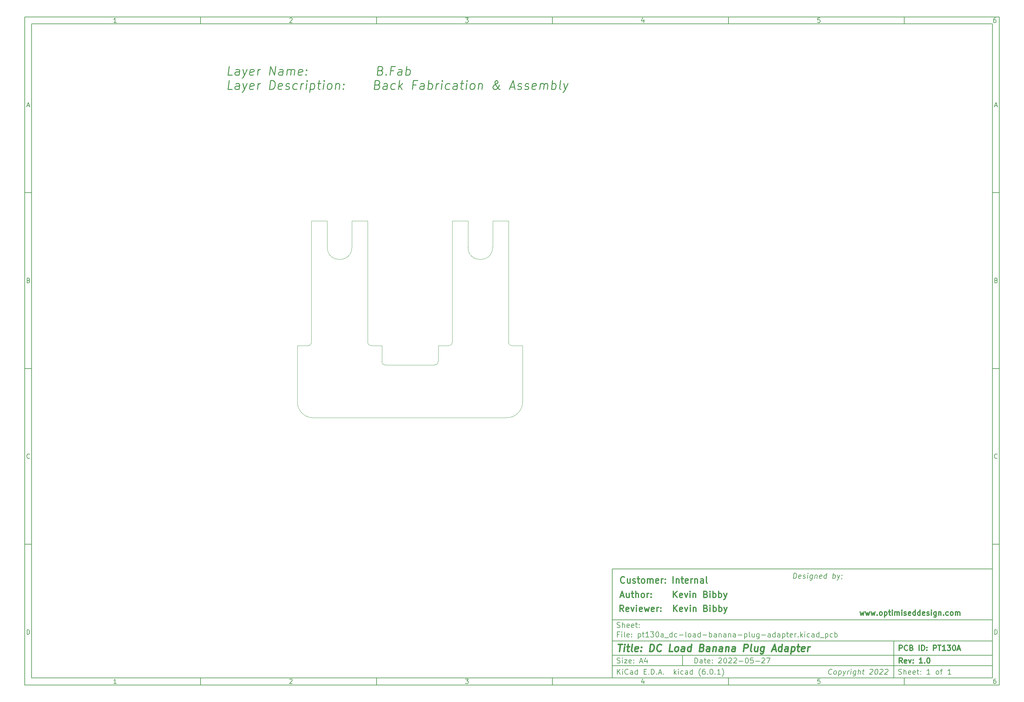
<source format=gbr>
%TF.GenerationSoftware,KiCad,Pcbnew,(6.0.1)*%
%TF.CreationDate,2022-05-27T18:48:01+01:00*%
%TF.ProjectId,pt130a_dc-load-banana-plug-adapter,70743133-3061-45f6-9463-2d6c6f61642d,1.0*%
%TF.SameCoordinates,PX53724e0PY7641700*%
%TF.FileFunction,AssemblyDrawing,Bot*%
%FSLAX46Y46*%
G04 Gerber Fmt 4.6, Leading zero omitted, Abs format (unit mm)*
G04 Created by KiCad (PCBNEW (6.0.1)) date 2022-05-27 18:48:01*
%MOMM*%
%LPD*%
G01*
G04 APERTURE LIST*
%ADD10C,0.100000*%
%ADD11C,0.150000*%
%ADD12C,0.300000*%
%ADD13C,0.400000*%
%ADD14C,0.360000*%
%TA.AperFunction,Profile*%
%ADD15C,0.050000*%
%TD*%
%ADD16C,0.250000*%
G04 APERTURE END LIST*
D10*
D11*
X89502200Y-43007200D02*
X89502200Y-74007200D01*
X197502200Y-74007200D01*
X197502200Y-43007200D01*
X89502200Y-43007200D01*
D10*
D11*
X-77500000Y114000000D02*
X-77500000Y-76007200D01*
X199502200Y-76007200D01*
X199502200Y114000000D01*
X-77500000Y114000000D01*
D10*
D11*
X-75500000Y112000000D02*
X-75500000Y-74007200D01*
X197502200Y-74007200D01*
X197502200Y112000000D01*
X-75500000Y112000000D01*
D10*
D11*
X-27500000Y112000000D02*
X-27500000Y114000000D01*
D10*
D11*
X22500000Y112000000D02*
X22500000Y114000000D01*
D10*
D11*
X72500000Y112000000D02*
X72500000Y114000000D01*
D10*
D11*
X122500000Y112000000D02*
X122500000Y114000000D01*
D10*
D11*
X172500000Y112000000D02*
X172500000Y114000000D01*
D10*
D11*
X-51434524Y112411905D02*
X-52177381Y112411905D01*
X-51805953Y112411905D02*
X-51805953Y113711905D01*
X-51929762Y113526191D01*
X-52053572Y113402381D01*
X-52177381Y113340477D01*
D10*
D11*
X-2177381Y113588096D02*
X-2115477Y113650000D01*
X-1991667Y113711905D01*
X-1682143Y113711905D01*
X-1558334Y113650000D01*
X-1496429Y113588096D01*
X-1434524Y113464286D01*
X-1434524Y113340477D01*
X-1496429Y113154762D01*
X-2239286Y112411905D01*
X-1434524Y112411905D01*
D10*
D11*
X47760714Y113711905D02*
X48565476Y113711905D01*
X48132142Y113216667D01*
X48317857Y113216667D01*
X48441666Y113154762D01*
X48503571Y113092858D01*
X48565476Y112969048D01*
X48565476Y112659524D01*
X48503571Y112535715D01*
X48441666Y112473810D01*
X48317857Y112411905D01*
X47946428Y112411905D01*
X47822619Y112473810D01*
X47760714Y112535715D01*
D10*
D11*
X98441666Y113278572D02*
X98441666Y112411905D01*
X98132142Y113773810D02*
X97822619Y112845239D01*
X98627380Y112845239D01*
D10*
D11*
X148503571Y113711905D02*
X147884523Y113711905D01*
X147822619Y113092858D01*
X147884523Y113154762D01*
X148008333Y113216667D01*
X148317857Y113216667D01*
X148441666Y113154762D01*
X148503571Y113092858D01*
X148565476Y112969048D01*
X148565476Y112659524D01*
X148503571Y112535715D01*
X148441666Y112473810D01*
X148317857Y112411905D01*
X148008333Y112411905D01*
X147884523Y112473810D01*
X147822619Y112535715D01*
D10*
D11*
X198441666Y113711905D02*
X198194047Y113711905D01*
X198070238Y113650000D01*
X198008333Y113588096D01*
X197884523Y113402381D01*
X197822619Y113154762D01*
X197822619Y112659524D01*
X197884523Y112535715D01*
X197946428Y112473810D01*
X198070238Y112411905D01*
X198317857Y112411905D01*
X198441666Y112473810D01*
X198503571Y112535715D01*
X198565476Y112659524D01*
X198565476Y112969048D01*
X198503571Y113092858D01*
X198441666Y113154762D01*
X198317857Y113216667D01*
X198070238Y113216667D01*
X197946428Y113154762D01*
X197884523Y113092858D01*
X197822619Y112969048D01*
D10*
D11*
X-27500000Y-74007200D02*
X-27500000Y-76007200D01*
D10*
D11*
X22500000Y-74007200D02*
X22500000Y-76007200D01*
D10*
D11*
X72500000Y-74007200D02*
X72500000Y-76007200D01*
D10*
D11*
X122500000Y-74007200D02*
X122500000Y-76007200D01*
D10*
D11*
X172500000Y-74007200D02*
X172500000Y-76007200D01*
D10*
D11*
X-51434524Y-75595295D02*
X-52177381Y-75595295D01*
X-51805953Y-75595295D02*
X-51805953Y-74295295D01*
X-51929762Y-74481009D01*
X-52053572Y-74604819D01*
X-52177381Y-74666723D01*
D10*
D11*
X-2177381Y-74419104D02*
X-2115477Y-74357200D01*
X-1991667Y-74295295D01*
X-1682143Y-74295295D01*
X-1558334Y-74357200D01*
X-1496429Y-74419104D01*
X-1434524Y-74542914D01*
X-1434524Y-74666723D01*
X-1496429Y-74852438D01*
X-2239286Y-75595295D01*
X-1434524Y-75595295D01*
D10*
D11*
X47760714Y-74295295D02*
X48565476Y-74295295D01*
X48132142Y-74790533D01*
X48317857Y-74790533D01*
X48441666Y-74852438D01*
X48503571Y-74914342D01*
X48565476Y-75038152D01*
X48565476Y-75347676D01*
X48503571Y-75471485D01*
X48441666Y-75533390D01*
X48317857Y-75595295D01*
X47946428Y-75595295D01*
X47822619Y-75533390D01*
X47760714Y-75471485D01*
D10*
D11*
X98441666Y-74728628D02*
X98441666Y-75595295D01*
X98132142Y-74233390D02*
X97822619Y-75161961D01*
X98627380Y-75161961D01*
D10*
D11*
X148503571Y-74295295D02*
X147884523Y-74295295D01*
X147822619Y-74914342D01*
X147884523Y-74852438D01*
X148008333Y-74790533D01*
X148317857Y-74790533D01*
X148441666Y-74852438D01*
X148503571Y-74914342D01*
X148565476Y-75038152D01*
X148565476Y-75347676D01*
X148503571Y-75471485D01*
X148441666Y-75533390D01*
X148317857Y-75595295D01*
X148008333Y-75595295D01*
X147884523Y-75533390D01*
X147822619Y-75471485D01*
D10*
D11*
X198441666Y-74295295D02*
X198194047Y-74295295D01*
X198070238Y-74357200D01*
X198008333Y-74419104D01*
X197884523Y-74604819D01*
X197822619Y-74852438D01*
X197822619Y-75347676D01*
X197884523Y-75471485D01*
X197946428Y-75533390D01*
X198070238Y-75595295D01*
X198317857Y-75595295D01*
X198441666Y-75533390D01*
X198503571Y-75471485D01*
X198565476Y-75347676D01*
X198565476Y-75038152D01*
X198503571Y-74914342D01*
X198441666Y-74852438D01*
X198317857Y-74790533D01*
X198070238Y-74790533D01*
X197946428Y-74852438D01*
X197884523Y-74914342D01*
X197822619Y-75038152D01*
D10*
D11*
X-77500000Y64000000D02*
X-75500000Y64000000D01*
D10*
D11*
X-77500000Y14000000D02*
X-75500000Y14000000D01*
D10*
D11*
X-77500000Y-36000000D02*
X-75500000Y-36000000D01*
D10*
D11*
X-76809524Y88783334D02*
X-76190477Y88783334D01*
X-76933334Y88411905D02*
X-76500000Y89711905D01*
X-76066667Y88411905D01*
D10*
D11*
X-76407143Y39092858D02*
X-76221429Y39030953D01*
X-76159524Y38969048D01*
X-76097620Y38845239D01*
X-76097620Y38659524D01*
X-76159524Y38535715D01*
X-76221429Y38473810D01*
X-76345239Y38411905D01*
X-76840477Y38411905D01*
X-76840477Y39711905D01*
X-76407143Y39711905D01*
X-76283334Y39650000D01*
X-76221429Y39588096D01*
X-76159524Y39464286D01*
X-76159524Y39340477D01*
X-76221429Y39216667D01*
X-76283334Y39154762D01*
X-76407143Y39092858D01*
X-76840477Y39092858D01*
D10*
D11*
X-76097620Y-11464285D02*
X-76159524Y-11526190D01*
X-76345239Y-11588095D01*
X-76469048Y-11588095D01*
X-76654762Y-11526190D01*
X-76778572Y-11402380D01*
X-76840477Y-11278571D01*
X-76902381Y-11030952D01*
X-76902381Y-10845238D01*
X-76840477Y-10597619D01*
X-76778572Y-10473809D01*
X-76654762Y-10350000D01*
X-76469048Y-10288095D01*
X-76345239Y-10288095D01*
X-76159524Y-10350000D01*
X-76097620Y-10411904D01*
D10*
D11*
X-76840477Y-61588095D02*
X-76840477Y-60288095D01*
X-76530953Y-60288095D01*
X-76345239Y-60350000D01*
X-76221429Y-60473809D01*
X-76159524Y-60597619D01*
X-76097620Y-60845238D01*
X-76097620Y-61030952D01*
X-76159524Y-61278571D01*
X-76221429Y-61402380D01*
X-76345239Y-61526190D01*
X-76530953Y-61588095D01*
X-76840477Y-61588095D01*
D10*
D11*
X199502200Y64000000D02*
X197502200Y64000000D01*
D10*
D11*
X199502200Y14000000D02*
X197502200Y14000000D01*
D10*
D11*
X199502200Y-36000000D02*
X197502200Y-36000000D01*
D10*
D11*
X198192676Y88783334D02*
X198811723Y88783334D01*
X198068866Y88411905D02*
X198502200Y89711905D01*
X198935533Y88411905D01*
D10*
D11*
X198595057Y39092858D02*
X198780771Y39030953D01*
X198842676Y38969048D01*
X198904580Y38845239D01*
X198904580Y38659524D01*
X198842676Y38535715D01*
X198780771Y38473810D01*
X198656961Y38411905D01*
X198161723Y38411905D01*
X198161723Y39711905D01*
X198595057Y39711905D01*
X198718866Y39650000D01*
X198780771Y39588096D01*
X198842676Y39464286D01*
X198842676Y39340477D01*
X198780771Y39216667D01*
X198718866Y39154762D01*
X198595057Y39092858D01*
X198161723Y39092858D01*
D10*
D11*
X198904580Y-11464285D02*
X198842676Y-11526190D01*
X198656961Y-11588095D01*
X198533152Y-11588095D01*
X198347438Y-11526190D01*
X198223628Y-11402380D01*
X198161723Y-11278571D01*
X198099819Y-11030952D01*
X198099819Y-10845238D01*
X198161723Y-10597619D01*
X198223628Y-10473809D01*
X198347438Y-10350000D01*
X198533152Y-10288095D01*
X198656961Y-10288095D01*
X198842676Y-10350000D01*
X198904580Y-10411904D01*
D10*
D11*
X198161723Y-61588095D02*
X198161723Y-60288095D01*
X198471247Y-60288095D01*
X198656961Y-60350000D01*
X198780771Y-60473809D01*
X198842676Y-60597619D01*
X198904580Y-60845238D01*
X198904580Y-61030952D01*
X198842676Y-61278571D01*
X198780771Y-61402380D01*
X198656961Y-61526190D01*
X198471247Y-61588095D01*
X198161723Y-61588095D01*
D10*
D11*
X112934342Y-69785771D02*
X112934342Y-68285771D01*
X113291485Y-68285771D01*
X113505771Y-68357200D01*
X113648628Y-68500057D01*
X113720057Y-68642914D01*
X113791485Y-68928628D01*
X113791485Y-69142914D01*
X113720057Y-69428628D01*
X113648628Y-69571485D01*
X113505771Y-69714342D01*
X113291485Y-69785771D01*
X112934342Y-69785771D01*
X115077200Y-69785771D02*
X115077200Y-69000057D01*
X115005771Y-68857200D01*
X114862914Y-68785771D01*
X114577200Y-68785771D01*
X114434342Y-68857200D01*
X115077200Y-69714342D02*
X114934342Y-69785771D01*
X114577200Y-69785771D01*
X114434342Y-69714342D01*
X114362914Y-69571485D01*
X114362914Y-69428628D01*
X114434342Y-69285771D01*
X114577200Y-69214342D01*
X114934342Y-69214342D01*
X115077200Y-69142914D01*
X115577200Y-68785771D02*
X116148628Y-68785771D01*
X115791485Y-68285771D02*
X115791485Y-69571485D01*
X115862914Y-69714342D01*
X116005771Y-69785771D01*
X116148628Y-69785771D01*
X117220057Y-69714342D02*
X117077200Y-69785771D01*
X116791485Y-69785771D01*
X116648628Y-69714342D01*
X116577200Y-69571485D01*
X116577200Y-69000057D01*
X116648628Y-68857200D01*
X116791485Y-68785771D01*
X117077200Y-68785771D01*
X117220057Y-68857200D01*
X117291485Y-69000057D01*
X117291485Y-69142914D01*
X116577200Y-69285771D01*
X117934342Y-69642914D02*
X118005771Y-69714342D01*
X117934342Y-69785771D01*
X117862914Y-69714342D01*
X117934342Y-69642914D01*
X117934342Y-69785771D01*
X117934342Y-68857200D02*
X118005771Y-68928628D01*
X117934342Y-69000057D01*
X117862914Y-68928628D01*
X117934342Y-68857200D01*
X117934342Y-69000057D01*
X119720057Y-68428628D02*
X119791485Y-68357200D01*
X119934342Y-68285771D01*
X120291485Y-68285771D01*
X120434342Y-68357200D01*
X120505771Y-68428628D01*
X120577200Y-68571485D01*
X120577200Y-68714342D01*
X120505771Y-68928628D01*
X119648628Y-69785771D01*
X120577200Y-69785771D01*
X121505771Y-68285771D02*
X121648628Y-68285771D01*
X121791485Y-68357200D01*
X121862914Y-68428628D01*
X121934342Y-68571485D01*
X122005771Y-68857200D01*
X122005771Y-69214342D01*
X121934342Y-69500057D01*
X121862914Y-69642914D01*
X121791485Y-69714342D01*
X121648628Y-69785771D01*
X121505771Y-69785771D01*
X121362914Y-69714342D01*
X121291485Y-69642914D01*
X121220057Y-69500057D01*
X121148628Y-69214342D01*
X121148628Y-68857200D01*
X121220057Y-68571485D01*
X121291485Y-68428628D01*
X121362914Y-68357200D01*
X121505771Y-68285771D01*
X122577200Y-68428628D02*
X122648628Y-68357200D01*
X122791485Y-68285771D01*
X123148628Y-68285771D01*
X123291485Y-68357200D01*
X123362914Y-68428628D01*
X123434342Y-68571485D01*
X123434342Y-68714342D01*
X123362914Y-68928628D01*
X122505771Y-69785771D01*
X123434342Y-69785771D01*
X124005771Y-68428628D02*
X124077200Y-68357200D01*
X124220057Y-68285771D01*
X124577200Y-68285771D01*
X124720057Y-68357200D01*
X124791485Y-68428628D01*
X124862914Y-68571485D01*
X124862914Y-68714342D01*
X124791485Y-68928628D01*
X123934342Y-69785771D01*
X124862914Y-69785771D01*
X125505771Y-69214342D02*
X126648628Y-69214342D01*
X127648628Y-68285771D02*
X127791485Y-68285771D01*
X127934342Y-68357200D01*
X128005771Y-68428628D01*
X128077200Y-68571485D01*
X128148628Y-68857200D01*
X128148628Y-69214342D01*
X128077200Y-69500057D01*
X128005771Y-69642914D01*
X127934342Y-69714342D01*
X127791485Y-69785771D01*
X127648628Y-69785771D01*
X127505771Y-69714342D01*
X127434342Y-69642914D01*
X127362914Y-69500057D01*
X127291485Y-69214342D01*
X127291485Y-68857200D01*
X127362914Y-68571485D01*
X127434342Y-68428628D01*
X127505771Y-68357200D01*
X127648628Y-68285771D01*
X129505771Y-68285771D02*
X128791485Y-68285771D01*
X128720057Y-69000057D01*
X128791485Y-68928628D01*
X128934342Y-68857200D01*
X129291485Y-68857200D01*
X129434342Y-68928628D01*
X129505771Y-69000057D01*
X129577200Y-69142914D01*
X129577200Y-69500057D01*
X129505771Y-69642914D01*
X129434342Y-69714342D01*
X129291485Y-69785771D01*
X128934342Y-69785771D01*
X128791485Y-69714342D01*
X128720057Y-69642914D01*
X130220057Y-69214342D02*
X131362914Y-69214342D01*
X132005771Y-68428628D02*
X132077200Y-68357200D01*
X132220057Y-68285771D01*
X132577200Y-68285771D01*
X132720057Y-68357200D01*
X132791485Y-68428628D01*
X132862914Y-68571485D01*
X132862914Y-68714342D01*
X132791485Y-68928628D01*
X131934342Y-69785771D01*
X132862914Y-69785771D01*
X133362914Y-68285771D02*
X134362914Y-68285771D01*
X133720057Y-69785771D01*
D10*
D11*
X89502200Y-70507200D02*
X197502200Y-70507200D01*
D10*
D11*
X90934342Y-72985771D02*
X90934342Y-71485771D01*
X91791485Y-72985771D02*
X91148628Y-72128628D01*
X91791485Y-71485771D02*
X90934342Y-72342914D01*
X92434342Y-72985771D02*
X92434342Y-71985771D01*
X92434342Y-71485771D02*
X92362914Y-71557200D01*
X92434342Y-71628628D01*
X92505771Y-71557200D01*
X92434342Y-71485771D01*
X92434342Y-71628628D01*
X94005771Y-72842914D02*
X93934342Y-72914342D01*
X93720057Y-72985771D01*
X93577200Y-72985771D01*
X93362914Y-72914342D01*
X93220057Y-72771485D01*
X93148628Y-72628628D01*
X93077200Y-72342914D01*
X93077200Y-72128628D01*
X93148628Y-71842914D01*
X93220057Y-71700057D01*
X93362914Y-71557200D01*
X93577200Y-71485771D01*
X93720057Y-71485771D01*
X93934342Y-71557200D01*
X94005771Y-71628628D01*
X95291485Y-72985771D02*
X95291485Y-72200057D01*
X95220057Y-72057200D01*
X95077200Y-71985771D01*
X94791485Y-71985771D01*
X94648628Y-72057200D01*
X95291485Y-72914342D02*
X95148628Y-72985771D01*
X94791485Y-72985771D01*
X94648628Y-72914342D01*
X94577200Y-72771485D01*
X94577200Y-72628628D01*
X94648628Y-72485771D01*
X94791485Y-72414342D01*
X95148628Y-72414342D01*
X95291485Y-72342914D01*
X96648628Y-72985771D02*
X96648628Y-71485771D01*
X96648628Y-72914342D02*
X96505771Y-72985771D01*
X96220057Y-72985771D01*
X96077200Y-72914342D01*
X96005771Y-72842914D01*
X95934342Y-72700057D01*
X95934342Y-72271485D01*
X96005771Y-72128628D01*
X96077200Y-72057200D01*
X96220057Y-71985771D01*
X96505771Y-71985771D01*
X96648628Y-72057200D01*
X98505771Y-72200057D02*
X99005771Y-72200057D01*
X99220057Y-72985771D02*
X98505771Y-72985771D01*
X98505771Y-71485771D01*
X99220057Y-71485771D01*
X99862914Y-72842914D02*
X99934342Y-72914342D01*
X99862914Y-72985771D01*
X99791485Y-72914342D01*
X99862914Y-72842914D01*
X99862914Y-72985771D01*
X100577200Y-72985771D02*
X100577200Y-71485771D01*
X100934342Y-71485771D01*
X101148628Y-71557200D01*
X101291485Y-71700057D01*
X101362914Y-71842914D01*
X101434342Y-72128628D01*
X101434342Y-72342914D01*
X101362914Y-72628628D01*
X101291485Y-72771485D01*
X101148628Y-72914342D01*
X100934342Y-72985771D01*
X100577200Y-72985771D01*
X102077200Y-72842914D02*
X102148628Y-72914342D01*
X102077200Y-72985771D01*
X102005771Y-72914342D01*
X102077200Y-72842914D01*
X102077200Y-72985771D01*
X102720057Y-72557200D02*
X103434342Y-72557200D01*
X102577200Y-72985771D02*
X103077200Y-71485771D01*
X103577200Y-72985771D01*
X104077200Y-72842914D02*
X104148628Y-72914342D01*
X104077200Y-72985771D01*
X104005771Y-72914342D01*
X104077200Y-72842914D01*
X104077200Y-72985771D01*
X107077200Y-72985771D02*
X107077200Y-71485771D01*
X107220057Y-72414342D02*
X107648628Y-72985771D01*
X107648628Y-71985771D02*
X107077200Y-72557200D01*
X108291485Y-72985771D02*
X108291485Y-71985771D01*
X108291485Y-71485771D02*
X108220057Y-71557200D01*
X108291485Y-71628628D01*
X108362914Y-71557200D01*
X108291485Y-71485771D01*
X108291485Y-71628628D01*
X109648628Y-72914342D02*
X109505771Y-72985771D01*
X109220057Y-72985771D01*
X109077200Y-72914342D01*
X109005771Y-72842914D01*
X108934342Y-72700057D01*
X108934342Y-72271485D01*
X109005771Y-72128628D01*
X109077200Y-72057200D01*
X109220057Y-71985771D01*
X109505771Y-71985771D01*
X109648628Y-72057200D01*
X110934342Y-72985771D02*
X110934342Y-72200057D01*
X110862914Y-72057200D01*
X110720057Y-71985771D01*
X110434342Y-71985771D01*
X110291485Y-72057200D01*
X110934342Y-72914342D02*
X110791485Y-72985771D01*
X110434342Y-72985771D01*
X110291485Y-72914342D01*
X110220057Y-72771485D01*
X110220057Y-72628628D01*
X110291485Y-72485771D01*
X110434342Y-72414342D01*
X110791485Y-72414342D01*
X110934342Y-72342914D01*
X112291485Y-72985771D02*
X112291485Y-71485771D01*
X112291485Y-72914342D02*
X112148628Y-72985771D01*
X111862914Y-72985771D01*
X111720057Y-72914342D01*
X111648628Y-72842914D01*
X111577200Y-72700057D01*
X111577200Y-72271485D01*
X111648628Y-72128628D01*
X111720057Y-72057200D01*
X111862914Y-71985771D01*
X112148628Y-71985771D01*
X112291485Y-72057200D01*
X114577200Y-73557200D02*
X114505771Y-73485771D01*
X114362914Y-73271485D01*
X114291485Y-73128628D01*
X114220057Y-72914342D01*
X114148628Y-72557200D01*
X114148628Y-72271485D01*
X114220057Y-71914342D01*
X114291485Y-71700057D01*
X114362914Y-71557200D01*
X114505771Y-71342914D01*
X114577200Y-71271485D01*
X115791485Y-71485771D02*
X115505771Y-71485771D01*
X115362914Y-71557200D01*
X115291485Y-71628628D01*
X115148628Y-71842914D01*
X115077200Y-72128628D01*
X115077200Y-72700057D01*
X115148628Y-72842914D01*
X115220057Y-72914342D01*
X115362914Y-72985771D01*
X115648628Y-72985771D01*
X115791485Y-72914342D01*
X115862914Y-72842914D01*
X115934342Y-72700057D01*
X115934342Y-72342914D01*
X115862914Y-72200057D01*
X115791485Y-72128628D01*
X115648628Y-72057200D01*
X115362914Y-72057200D01*
X115220057Y-72128628D01*
X115148628Y-72200057D01*
X115077200Y-72342914D01*
X116577200Y-72842914D02*
X116648628Y-72914342D01*
X116577200Y-72985771D01*
X116505771Y-72914342D01*
X116577200Y-72842914D01*
X116577200Y-72985771D01*
X117577200Y-71485771D02*
X117720057Y-71485771D01*
X117862914Y-71557200D01*
X117934342Y-71628628D01*
X118005771Y-71771485D01*
X118077200Y-72057200D01*
X118077200Y-72414342D01*
X118005771Y-72700057D01*
X117934342Y-72842914D01*
X117862914Y-72914342D01*
X117720057Y-72985771D01*
X117577200Y-72985771D01*
X117434342Y-72914342D01*
X117362914Y-72842914D01*
X117291485Y-72700057D01*
X117220057Y-72414342D01*
X117220057Y-72057200D01*
X117291485Y-71771485D01*
X117362914Y-71628628D01*
X117434342Y-71557200D01*
X117577200Y-71485771D01*
X118720057Y-72842914D02*
X118791485Y-72914342D01*
X118720057Y-72985771D01*
X118648628Y-72914342D01*
X118720057Y-72842914D01*
X118720057Y-72985771D01*
X120220057Y-72985771D02*
X119362914Y-72985771D01*
X119791485Y-72985771D02*
X119791485Y-71485771D01*
X119648628Y-71700057D01*
X119505771Y-71842914D01*
X119362914Y-71914342D01*
X120720057Y-73557200D02*
X120791485Y-73485771D01*
X120934342Y-73271485D01*
X121005771Y-73128628D01*
X121077200Y-72914342D01*
X121148628Y-72557200D01*
X121148628Y-72271485D01*
X121077200Y-71914342D01*
X121005771Y-71700057D01*
X120934342Y-71557200D01*
X120791485Y-71342914D01*
X120720057Y-71271485D01*
D10*
D11*
X89502000Y-67507000D02*
X197502000Y-67507000D01*
D10*
D11*
X151816271Y-72842914D02*
X151735914Y-72914342D01*
X151512700Y-72985771D01*
X151369842Y-72985771D01*
X151164485Y-72914342D01*
X151039485Y-72771485D01*
X150985914Y-72628628D01*
X150950200Y-72342914D01*
X150976985Y-72128628D01*
X151084128Y-71842914D01*
X151173414Y-71700057D01*
X151334128Y-71557200D01*
X151557342Y-71485771D01*
X151700200Y-71485771D01*
X151905557Y-71557200D01*
X151968057Y-71628628D01*
X152655557Y-72985771D02*
X152521628Y-72914342D01*
X152459128Y-72842914D01*
X152405557Y-72700057D01*
X152459128Y-72271485D01*
X152548414Y-72128628D01*
X152628771Y-72057200D01*
X152780557Y-71985771D01*
X152994842Y-71985771D01*
X153128771Y-72057200D01*
X153191271Y-72128628D01*
X153244842Y-72271485D01*
X153191271Y-72700057D01*
X153101985Y-72842914D01*
X153021628Y-72914342D01*
X152869842Y-72985771D01*
X152655557Y-72985771D01*
X153923414Y-71985771D02*
X153735914Y-73485771D01*
X153914485Y-72057200D02*
X154066271Y-71985771D01*
X154351985Y-71985771D01*
X154485914Y-72057200D01*
X154548414Y-72128628D01*
X154601985Y-72271485D01*
X154548414Y-72700057D01*
X154459128Y-72842914D01*
X154378771Y-72914342D01*
X154226985Y-72985771D01*
X153941271Y-72985771D01*
X153807342Y-72914342D01*
X155137700Y-71985771D02*
X155369842Y-72985771D01*
X155851985Y-71985771D02*
X155369842Y-72985771D01*
X155182342Y-73342914D01*
X155101985Y-73414342D01*
X154950200Y-73485771D01*
X156298414Y-72985771D02*
X156423414Y-71985771D01*
X156387700Y-72271485D02*
X156476985Y-72128628D01*
X156557342Y-72057200D01*
X156709128Y-71985771D01*
X156851985Y-71985771D01*
X157226985Y-72985771D02*
X157351985Y-71985771D01*
X157414485Y-71485771D02*
X157334128Y-71557200D01*
X157396628Y-71628628D01*
X157476985Y-71557200D01*
X157414485Y-71485771D01*
X157396628Y-71628628D01*
X158709128Y-71985771D02*
X158557342Y-73200057D01*
X158468057Y-73342914D01*
X158387700Y-73414342D01*
X158235914Y-73485771D01*
X158021628Y-73485771D01*
X157887700Y-73414342D01*
X158593057Y-72914342D02*
X158441271Y-72985771D01*
X158155557Y-72985771D01*
X158021628Y-72914342D01*
X157959128Y-72842914D01*
X157905557Y-72700057D01*
X157959128Y-72271485D01*
X158048414Y-72128628D01*
X158128771Y-72057200D01*
X158280557Y-71985771D01*
X158566271Y-71985771D01*
X158700200Y-72057200D01*
X159298414Y-72985771D02*
X159485914Y-71485771D01*
X159941271Y-72985771D02*
X160039485Y-72200057D01*
X159985914Y-72057200D01*
X159851985Y-71985771D01*
X159637700Y-71985771D01*
X159485914Y-72057200D01*
X159405557Y-72128628D01*
X160566271Y-71985771D02*
X161137700Y-71985771D01*
X160843057Y-71485771D02*
X160682342Y-72771485D01*
X160735914Y-72914342D01*
X160869842Y-72985771D01*
X161012700Y-72985771D01*
X162753771Y-71628628D02*
X162834128Y-71557200D01*
X162985914Y-71485771D01*
X163343057Y-71485771D01*
X163476985Y-71557200D01*
X163539485Y-71628628D01*
X163593057Y-71771485D01*
X163575200Y-71914342D01*
X163476985Y-72128628D01*
X162512700Y-72985771D01*
X163441271Y-72985771D01*
X164557342Y-71485771D02*
X164700200Y-71485771D01*
X164834128Y-71557200D01*
X164896628Y-71628628D01*
X164950200Y-71771485D01*
X164985914Y-72057200D01*
X164941271Y-72414342D01*
X164834128Y-72700057D01*
X164744842Y-72842914D01*
X164664485Y-72914342D01*
X164512700Y-72985771D01*
X164369842Y-72985771D01*
X164235914Y-72914342D01*
X164173414Y-72842914D01*
X164119842Y-72700057D01*
X164084128Y-72414342D01*
X164128771Y-72057200D01*
X164235914Y-71771485D01*
X164325200Y-71628628D01*
X164405557Y-71557200D01*
X164557342Y-71485771D01*
X165610914Y-71628628D02*
X165691271Y-71557200D01*
X165843057Y-71485771D01*
X166200200Y-71485771D01*
X166334128Y-71557200D01*
X166396628Y-71628628D01*
X166450200Y-71771485D01*
X166432342Y-71914342D01*
X166334128Y-72128628D01*
X165369842Y-72985771D01*
X166298414Y-72985771D01*
X167039485Y-71628628D02*
X167119842Y-71557200D01*
X167271628Y-71485771D01*
X167628771Y-71485771D01*
X167762700Y-71557200D01*
X167825200Y-71628628D01*
X167878771Y-71771485D01*
X167860914Y-71914342D01*
X167762700Y-72128628D01*
X166798414Y-72985771D01*
X167726985Y-72985771D01*
D10*
D12*
X171052342Y-66185771D02*
X171052342Y-64685771D01*
X171623771Y-64685771D01*
X171766628Y-64757200D01*
X171838057Y-64828628D01*
X171909485Y-64971485D01*
X171909485Y-65185771D01*
X171838057Y-65328628D01*
X171766628Y-65400057D01*
X171623771Y-65471485D01*
X171052342Y-65471485D01*
X173409485Y-66042914D02*
X173338057Y-66114342D01*
X173123771Y-66185771D01*
X172980914Y-66185771D01*
X172766628Y-66114342D01*
X172623771Y-65971485D01*
X172552342Y-65828628D01*
X172480914Y-65542914D01*
X172480914Y-65328628D01*
X172552342Y-65042914D01*
X172623771Y-64900057D01*
X172766628Y-64757200D01*
X172980914Y-64685771D01*
X173123771Y-64685771D01*
X173338057Y-64757200D01*
X173409485Y-64828628D01*
X174552342Y-65400057D02*
X174766628Y-65471485D01*
X174838057Y-65542914D01*
X174909485Y-65685771D01*
X174909485Y-65900057D01*
X174838057Y-66042914D01*
X174766628Y-66114342D01*
X174623771Y-66185771D01*
X174052342Y-66185771D01*
X174052342Y-64685771D01*
X174552342Y-64685771D01*
X174695200Y-64757200D01*
X174766628Y-64828628D01*
X174838057Y-64971485D01*
X174838057Y-65114342D01*
X174766628Y-65257200D01*
X174695200Y-65328628D01*
X174552342Y-65400057D01*
X174052342Y-65400057D01*
X176695200Y-66185771D02*
X176695200Y-64685771D01*
X177409485Y-66185771D02*
X177409485Y-64685771D01*
X177766628Y-64685771D01*
X177980914Y-64757200D01*
X178123771Y-64900057D01*
X178195200Y-65042914D01*
X178266628Y-65328628D01*
X178266628Y-65542914D01*
X178195200Y-65828628D01*
X178123771Y-65971485D01*
X177980914Y-66114342D01*
X177766628Y-66185771D01*
X177409485Y-66185771D01*
X178909485Y-66042914D02*
X178980914Y-66114342D01*
X178909485Y-66185771D01*
X178838057Y-66114342D01*
X178909485Y-66042914D01*
X178909485Y-66185771D01*
X178909485Y-65257200D02*
X178980914Y-65328628D01*
X178909485Y-65400057D01*
X178838057Y-65328628D01*
X178909485Y-65257200D01*
X178909485Y-65400057D01*
X180766628Y-66185771D02*
X180766628Y-64685771D01*
X181338057Y-64685771D01*
X181480914Y-64757200D01*
X181552342Y-64828628D01*
X181623771Y-64971485D01*
X181623771Y-65185771D01*
X181552342Y-65328628D01*
X181480914Y-65400057D01*
X181338057Y-65471485D01*
X180766628Y-65471485D01*
X182052342Y-64685771D02*
X182909485Y-64685771D01*
X182480914Y-66185771D02*
X182480914Y-64685771D01*
X184195200Y-66185771D02*
X183338057Y-66185771D01*
X183766628Y-66185771D02*
X183766628Y-64685771D01*
X183623771Y-64900057D01*
X183480914Y-65042914D01*
X183338057Y-65114342D01*
X184695200Y-64685771D02*
X185623771Y-64685771D01*
X185123771Y-65257200D01*
X185338057Y-65257200D01*
X185480914Y-65328628D01*
X185552342Y-65400057D01*
X185623771Y-65542914D01*
X185623771Y-65900057D01*
X185552342Y-66042914D01*
X185480914Y-66114342D01*
X185338057Y-66185771D01*
X184909485Y-66185771D01*
X184766628Y-66114342D01*
X184695200Y-66042914D01*
X186552342Y-64685771D02*
X186695200Y-64685771D01*
X186838057Y-64757200D01*
X186909485Y-64828628D01*
X186980914Y-64971485D01*
X187052342Y-65257200D01*
X187052342Y-65614342D01*
X186980914Y-65900057D01*
X186909485Y-66042914D01*
X186838057Y-66114342D01*
X186695200Y-66185771D01*
X186552342Y-66185771D01*
X186409485Y-66114342D01*
X186338057Y-66042914D01*
X186266628Y-65900057D01*
X186195200Y-65614342D01*
X186195200Y-65257200D01*
X186266628Y-64971485D01*
X186338057Y-64828628D01*
X186409485Y-64757200D01*
X186552342Y-64685771D01*
X187623771Y-65757200D02*
X188338057Y-65757200D01*
X187480914Y-66185771D02*
X187980914Y-64685771D01*
X188480914Y-66185771D01*
D10*
D12*
X171911285Y-69785571D02*
X171411285Y-69071285D01*
X171054142Y-69785571D02*
X171054142Y-68285571D01*
X171625571Y-68285571D01*
X171768428Y-68357000D01*
X171839857Y-68428428D01*
X171911285Y-68571285D01*
X171911285Y-68785571D01*
X171839857Y-68928428D01*
X171768428Y-68999857D01*
X171625571Y-69071285D01*
X171054142Y-69071285D01*
X173125571Y-69714142D02*
X172982714Y-69785571D01*
X172697000Y-69785571D01*
X172554142Y-69714142D01*
X172482714Y-69571285D01*
X172482714Y-68999857D01*
X172554142Y-68857000D01*
X172697000Y-68785571D01*
X172982714Y-68785571D01*
X173125571Y-68857000D01*
X173197000Y-68999857D01*
X173197000Y-69142714D01*
X172482714Y-69285571D01*
X173697000Y-68785571D02*
X174054142Y-69785571D01*
X174411285Y-68785571D01*
X174982714Y-69642714D02*
X175054142Y-69714142D01*
X174982714Y-69785571D01*
X174911285Y-69714142D01*
X174982714Y-69642714D01*
X174982714Y-69785571D01*
X174982714Y-68857000D02*
X175054142Y-68928428D01*
X174982714Y-68999857D01*
X174911285Y-68928428D01*
X174982714Y-68857000D01*
X174982714Y-68999857D01*
X177625571Y-69785571D02*
X176768428Y-69785571D01*
X177197000Y-69785571D02*
X177197000Y-68285571D01*
X177054142Y-68499857D01*
X176911285Y-68642714D01*
X176768428Y-68714142D01*
X178268428Y-69642714D02*
X178339857Y-69714142D01*
X178268428Y-69785571D01*
X178197000Y-69714142D01*
X178268428Y-69642714D01*
X178268428Y-69785571D01*
X179268428Y-68285571D02*
X179411285Y-68285571D01*
X179554142Y-68357000D01*
X179625571Y-68428428D01*
X179697000Y-68571285D01*
X179768428Y-68857000D01*
X179768428Y-69214142D01*
X179697000Y-69499857D01*
X179625571Y-69642714D01*
X179554142Y-69714142D01*
X179411285Y-69785571D01*
X179268428Y-69785571D01*
X179125571Y-69714142D01*
X179054142Y-69642714D01*
X178982714Y-69499857D01*
X178911285Y-69214142D01*
X178911285Y-68857000D01*
X178982714Y-68571285D01*
X179054142Y-68428428D01*
X179125571Y-68357000D01*
X179268428Y-68285571D01*
D10*
D11*
X90862914Y-69714342D02*
X91077200Y-69785771D01*
X91434342Y-69785771D01*
X91577200Y-69714342D01*
X91648628Y-69642914D01*
X91720057Y-69500057D01*
X91720057Y-69357200D01*
X91648628Y-69214342D01*
X91577200Y-69142914D01*
X91434342Y-69071485D01*
X91148628Y-69000057D01*
X91005771Y-68928628D01*
X90934342Y-68857200D01*
X90862914Y-68714342D01*
X90862914Y-68571485D01*
X90934342Y-68428628D01*
X91005771Y-68357200D01*
X91148628Y-68285771D01*
X91505771Y-68285771D01*
X91720057Y-68357200D01*
X92362914Y-69785771D02*
X92362914Y-68785771D01*
X92362914Y-68285771D02*
X92291485Y-68357200D01*
X92362914Y-68428628D01*
X92434342Y-68357200D01*
X92362914Y-68285771D01*
X92362914Y-68428628D01*
X92934342Y-68785771D02*
X93720057Y-68785771D01*
X92934342Y-69785771D01*
X93720057Y-69785771D01*
X94862914Y-69714342D02*
X94720057Y-69785771D01*
X94434342Y-69785771D01*
X94291485Y-69714342D01*
X94220057Y-69571485D01*
X94220057Y-69000057D01*
X94291485Y-68857200D01*
X94434342Y-68785771D01*
X94720057Y-68785771D01*
X94862914Y-68857200D01*
X94934342Y-69000057D01*
X94934342Y-69142914D01*
X94220057Y-69285771D01*
X95577200Y-69642914D02*
X95648628Y-69714342D01*
X95577200Y-69785771D01*
X95505771Y-69714342D01*
X95577200Y-69642914D01*
X95577200Y-69785771D01*
X95577200Y-68857200D02*
X95648628Y-68928628D01*
X95577200Y-69000057D01*
X95505771Y-68928628D01*
X95577200Y-68857200D01*
X95577200Y-69000057D01*
X97362914Y-69357200D02*
X98077200Y-69357200D01*
X97220057Y-69785771D02*
X97720057Y-68285771D01*
X98220057Y-69785771D01*
X99362914Y-68785771D02*
X99362914Y-69785771D01*
X99005771Y-68214342D02*
X98648628Y-69285771D01*
X99577200Y-69285771D01*
D10*
D11*
X170862914Y-72914342D02*
X171077200Y-72985771D01*
X171434342Y-72985771D01*
X171577200Y-72914342D01*
X171648628Y-72842914D01*
X171720057Y-72700057D01*
X171720057Y-72557200D01*
X171648628Y-72414342D01*
X171577200Y-72342914D01*
X171434342Y-72271485D01*
X171148628Y-72200057D01*
X171005771Y-72128628D01*
X170934342Y-72057200D01*
X170862914Y-71914342D01*
X170862914Y-71771485D01*
X170934342Y-71628628D01*
X171005771Y-71557200D01*
X171148628Y-71485771D01*
X171505771Y-71485771D01*
X171720057Y-71557200D01*
X172362914Y-72985771D02*
X172362914Y-71485771D01*
X173005771Y-72985771D02*
X173005771Y-72200057D01*
X172934342Y-72057200D01*
X172791485Y-71985771D01*
X172577200Y-71985771D01*
X172434342Y-72057200D01*
X172362914Y-72128628D01*
X174291485Y-72914342D02*
X174148628Y-72985771D01*
X173862914Y-72985771D01*
X173720057Y-72914342D01*
X173648628Y-72771485D01*
X173648628Y-72200057D01*
X173720057Y-72057200D01*
X173862914Y-71985771D01*
X174148628Y-71985771D01*
X174291485Y-72057200D01*
X174362914Y-72200057D01*
X174362914Y-72342914D01*
X173648628Y-72485771D01*
X175577200Y-72914342D02*
X175434342Y-72985771D01*
X175148628Y-72985771D01*
X175005771Y-72914342D01*
X174934342Y-72771485D01*
X174934342Y-72200057D01*
X175005771Y-72057200D01*
X175148628Y-71985771D01*
X175434342Y-71985771D01*
X175577200Y-72057200D01*
X175648628Y-72200057D01*
X175648628Y-72342914D01*
X174934342Y-72485771D01*
X176077200Y-71985771D02*
X176648628Y-71985771D01*
X176291485Y-71485771D02*
X176291485Y-72771485D01*
X176362914Y-72914342D01*
X176505771Y-72985771D01*
X176648628Y-72985771D01*
X177148628Y-72842914D02*
X177220057Y-72914342D01*
X177148628Y-72985771D01*
X177077200Y-72914342D01*
X177148628Y-72842914D01*
X177148628Y-72985771D01*
X177148628Y-72057200D02*
X177220057Y-72128628D01*
X177148628Y-72200057D01*
X177077200Y-72128628D01*
X177148628Y-72057200D01*
X177148628Y-72200057D01*
X179791485Y-72985771D02*
X178934342Y-72985771D01*
X179362914Y-72985771D02*
X179362914Y-71485771D01*
X179220057Y-71700057D01*
X179077200Y-71842914D01*
X178934342Y-71914342D01*
X181791485Y-72985771D02*
X181648628Y-72914342D01*
X181577200Y-72842914D01*
X181505771Y-72700057D01*
X181505771Y-72271485D01*
X181577200Y-72128628D01*
X181648628Y-72057200D01*
X181791485Y-71985771D01*
X182005771Y-71985771D01*
X182148628Y-72057200D01*
X182220057Y-72128628D01*
X182291485Y-72271485D01*
X182291485Y-72700057D01*
X182220057Y-72842914D01*
X182148628Y-72914342D01*
X182005771Y-72985771D01*
X181791485Y-72985771D01*
X182720057Y-71985771D02*
X183291485Y-71985771D01*
X182934342Y-72985771D02*
X182934342Y-71700057D01*
X183005771Y-71557200D01*
X183148628Y-71485771D01*
X183291485Y-71485771D01*
X185720057Y-72985771D02*
X184862914Y-72985771D01*
X185291485Y-72985771D02*
X185291485Y-71485771D01*
X185148628Y-71700057D01*
X185005771Y-71842914D01*
X184862914Y-71914342D01*
D10*
D11*
X89502200Y-63507200D02*
X197502200Y-63507200D01*
D10*
D13*
X91214580Y-64411961D02*
X92357438Y-64411961D01*
X91536009Y-66411961D02*
X91786009Y-64411961D01*
X92774104Y-66411961D02*
X92940771Y-65078628D01*
X93024104Y-64411961D02*
X92916961Y-64507200D01*
X93000295Y-64602438D01*
X93107438Y-64507200D01*
X93024104Y-64411961D01*
X93000295Y-64602438D01*
X93607438Y-65078628D02*
X94369342Y-65078628D01*
X93976485Y-64411961D02*
X93762200Y-66126247D01*
X93833628Y-66316723D01*
X94012200Y-66411961D01*
X94202676Y-66411961D01*
X95155057Y-66411961D02*
X94976485Y-66316723D01*
X94905057Y-66126247D01*
X95119342Y-64411961D01*
X96690771Y-66316723D02*
X96488390Y-66411961D01*
X96107438Y-66411961D01*
X95928866Y-66316723D01*
X95857438Y-66126247D01*
X95952676Y-65364342D01*
X96071723Y-65173866D01*
X96274104Y-65078628D01*
X96655057Y-65078628D01*
X96833628Y-65173866D01*
X96905057Y-65364342D01*
X96881247Y-65554819D01*
X95905057Y-65745295D01*
X97655057Y-66221485D02*
X97738390Y-66316723D01*
X97631247Y-66411961D01*
X97547914Y-66316723D01*
X97655057Y-66221485D01*
X97631247Y-66411961D01*
X97786009Y-65173866D02*
X97869342Y-65269104D01*
X97762200Y-65364342D01*
X97678866Y-65269104D01*
X97786009Y-65173866D01*
X97762200Y-65364342D01*
X100107438Y-66411961D02*
X100357438Y-64411961D01*
X100833628Y-64411961D01*
X101107438Y-64507200D01*
X101274104Y-64697676D01*
X101345533Y-64888152D01*
X101393152Y-65269104D01*
X101357438Y-65554819D01*
X101214580Y-65935771D01*
X101095533Y-66126247D01*
X100881247Y-66316723D01*
X100583628Y-66411961D01*
X100107438Y-66411961D01*
X103274104Y-66221485D02*
X103166961Y-66316723D01*
X102869342Y-66411961D01*
X102678866Y-66411961D01*
X102405057Y-66316723D01*
X102238390Y-66126247D01*
X102166961Y-65935771D01*
X102119342Y-65554819D01*
X102155057Y-65269104D01*
X102297914Y-64888152D01*
X102416961Y-64697676D01*
X102631247Y-64507200D01*
X102928866Y-64411961D01*
X103119342Y-64411961D01*
X103393152Y-64507200D01*
X103476485Y-64602438D01*
X106583628Y-66411961D02*
X105631247Y-66411961D01*
X105881247Y-64411961D01*
X107536009Y-66411961D02*
X107357438Y-66316723D01*
X107274104Y-66221485D01*
X107202676Y-66031009D01*
X107274104Y-65459580D01*
X107393152Y-65269104D01*
X107500295Y-65173866D01*
X107702676Y-65078628D01*
X107988390Y-65078628D01*
X108166961Y-65173866D01*
X108250295Y-65269104D01*
X108321723Y-65459580D01*
X108250295Y-66031009D01*
X108131247Y-66221485D01*
X108024104Y-66316723D01*
X107821723Y-66411961D01*
X107536009Y-66411961D01*
X109916961Y-66411961D02*
X110047914Y-65364342D01*
X109976485Y-65173866D01*
X109797914Y-65078628D01*
X109416961Y-65078628D01*
X109214580Y-65173866D01*
X109928866Y-66316723D02*
X109726485Y-66411961D01*
X109250295Y-66411961D01*
X109071723Y-66316723D01*
X109000295Y-66126247D01*
X109024104Y-65935771D01*
X109143152Y-65745295D01*
X109345533Y-65650057D01*
X109821723Y-65650057D01*
X110024104Y-65554819D01*
X111726485Y-66411961D02*
X111976485Y-64411961D01*
X111738390Y-66316723D02*
X111536009Y-66411961D01*
X111155057Y-66411961D01*
X110976485Y-66316723D01*
X110893152Y-66221485D01*
X110821723Y-66031009D01*
X110893152Y-65459580D01*
X111012200Y-65269104D01*
X111119342Y-65173866D01*
X111321723Y-65078628D01*
X111702676Y-65078628D01*
X111881247Y-65173866D01*
X115000295Y-65364342D02*
X115274104Y-65459580D01*
X115357438Y-65554819D01*
X115428866Y-65745295D01*
X115393152Y-66031009D01*
X115274104Y-66221485D01*
X115166961Y-66316723D01*
X114964580Y-66411961D01*
X114202676Y-66411961D01*
X114452676Y-64411961D01*
X115119342Y-64411961D01*
X115297914Y-64507200D01*
X115381247Y-64602438D01*
X115452676Y-64792914D01*
X115428866Y-64983390D01*
X115309819Y-65173866D01*
X115202676Y-65269104D01*
X115000295Y-65364342D01*
X114333628Y-65364342D01*
X117059819Y-66411961D02*
X117190771Y-65364342D01*
X117119342Y-65173866D01*
X116940771Y-65078628D01*
X116559819Y-65078628D01*
X116357438Y-65173866D01*
X117071723Y-66316723D02*
X116869342Y-66411961D01*
X116393152Y-66411961D01*
X116214580Y-66316723D01*
X116143152Y-66126247D01*
X116166961Y-65935771D01*
X116286009Y-65745295D01*
X116488390Y-65650057D01*
X116964580Y-65650057D01*
X117166961Y-65554819D01*
X118178866Y-65078628D02*
X118012200Y-66411961D01*
X118155057Y-65269104D02*
X118262200Y-65173866D01*
X118464580Y-65078628D01*
X118750295Y-65078628D01*
X118928866Y-65173866D01*
X119000295Y-65364342D01*
X118869342Y-66411961D01*
X120678866Y-66411961D02*
X120809819Y-65364342D01*
X120738390Y-65173866D01*
X120559819Y-65078628D01*
X120178866Y-65078628D01*
X119976485Y-65173866D01*
X120690771Y-66316723D02*
X120488390Y-66411961D01*
X120012200Y-66411961D01*
X119833628Y-66316723D01*
X119762200Y-66126247D01*
X119786009Y-65935771D01*
X119905057Y-65745295D01*
X120107438Y-65650057D01*
X120583628Y-65650057D01*
X120786009Y-65554819D01*
X121797914Y-65078628D02*
X121631247Y-66411961D01*
X121774104Y-65269104D02*
X121881247Y-65173866D01*
X122083628Y-65078628D01*
X122369342Y-65078628D01*
X122547914Y-65173866D01*
X122619342Y-65364342D01*
X122488390Y-66411961D01*
X124297914Y-66411961D02*
X124428866Y-65364342D01*
X124357438Y-65173866D01*
X124178866Y-65078628D01*
X123797914Y-65078628D01*
X123595533Y-65173866D01*
X124309819Y-66316723D02*
X124107438Y-66411961D01*
X123631247Y-66411961D01*
X123452676Y-66316723D01*
X123381247Y-66126247D01*
X123405057Y-65935771D01*
X123524104Y-65745295D01*
X123726485Y-65650057D01*
X124202676Y-65650057D01*
X124405057Y-65554819D01*
X126774104Y-66411961D02*
X127024104Y-64411961D01*
X127786009Y-64411961D01*
X127964580Y-64507200D01*
X128047914Y-64602438D01*
X128119342Y-64792914D01*
X128083628Y-65078628D01*
X127964580Y-65269104D01*
X127857438Y-65364342D01*
X127655057Y-65459580D01*
X126893152Y-65459580D01*
X129059819Y-66411961D02*
X128881247Y-66316723D01*
X128809819Y-66126247D01*
X129024104Y-64411961D01*
X130845533Y-65078628D02*
X130678866Y-66411961D01*
X129988390Y-65078628D02*
X129857438Y-66126247D01*
X129928866Y-66316723D01*
X130107438Y-66411961D01*
X130393152Y-66411961D01*
X130595533Y-66316723D01*
X130702676Y-66221485D01*
X132655057Y-65078628D02*
X132452676Y-66697676D01*
X132333628Y-66888152D01*
X132226485Y-66983390D01*
X132024104Y-67078628D01*
X131738390Y-67078628D01*
X131559819Y-66983390D01*
X132500295Y-66316723D02*
X132297914Y-66411961D01*
X131916961Y-66411961D01*
X131738390Y-66316723D01*
X131655057Y-66221485D01*
X131583628Y-66031009D01*
X131655057Y-65459580D01*
X131774104Y-65269104D01*
X131881247Y-65173866D01*
X132083628Y-65078628D01*
X132464580Y-65078628D01*
X132643152Y-65173866D01*
X134940771Y-65840533D02*
X135893152Y-65840533D01*
X134678866Y-66411961D02*
X135595533Y-64411961D01*
X136012200Y-66411961D01*
X137536009Y-66411961D02*
X137786009Y-64411961D01*
X137547914Y-66316723D02*
X137345533Y-66411961D01*
X136964580Y-66411961D01*
X136786009Y-66316723D01*
X136702676Y-66221485D01*
X136631247Y-66031009D01*
X136702676Y-65459580D01*
X136821723Y-65269104D01*
X136928866Y-65173866D01*
X137131247Y-65078628D01*
X137512200Y-65078628D01*
X137690771Y-65173866D01*
X139345533Y-66411961D02*
X139476485Y-65364342D01*
X139405057Y-65173866D01*
X139226485Y-65078628D01*
X138845533Y-65078628D01*
X138643152Y-65173866D01*
X139357438Y-66316723D02*
X139155057Y-66411961D01*
X138678866Y-66411961D01*
X138500295Y-66316723D01*
X138428866Y-66126247D01*
X138452676Y-65935771D01*
X138571723Y-65745295D01*
X138774104Y-65650057D01*
X139250295Y-65650057D01*
X139452676Y-65554819D01*
X140464580Y-65078628D02*
X140214580Y-67078628D01*
X140452676Y-65173866D02*
X140655057Y-65078628D01*
X141036009Y-65078628D01*
X141214580Y-65173866D01*
X141297914Y-65269104D01*
X141369342Y-65459580D01*
X141297914Y-66031009D01*
X141178866Y-66221485D01*
X141071723Y-66316723D01*
X140869342Y-66411961D01*
X140488390Y-66411961D01*
X140309819Y-66316723D01*
X141988390Y-65078628D02*
X142750295Y-65078628D01*
X142357438Y-64411961D02*
X142143152Y-66126247D01*
X142214580Y-66316723D01*
X142393152Y-66411961D01*
X142583628Y-66411961D01*
X144024104Y-66316723D02*
X143821723Y-66411961D01*
X143440771Y-66411961D01*
X143262199Y-66316723D01*
X143190771Y-66126247D01*
X143286009Y-65364342D01*
X143405057Y-65173866D01*
X143607438Y-65078628D01*
X143988390Y-65078628D01*
X144166961Y-65173866D01*
X144238390Y-65364342D01*
X144214580Y-65554819D01*
X143238390Y-65745295D01*
X144964580Y-66411961D02*
X145131247Y-65078628D01*
X145083628Y-65459580D02*
X145202676Y-65269104D01*
X145309819Y-65173866D01*
X145512199Y-65078628D01*
X145702676Y-65078628D01*
D10*
D11*
X91434342Y-61600057D02*
X90934342Y-61600057D01*
X90934342Y-62385771D02*
X90934342Y-60885771D01*
X91648628Y-60885771D01*
X92220057Y-62385771D02*
X92220057Y-61385771D01*
X92220057Y-60885771D02*
X92148628Y-60957200D01*
X92220057Y-61028628D01*
X92291485Y-60957200D01*
X92220057Y-60885771D01*
X92220057Y-61028628D01*
X93148628Y-62385771D02*
X93005771Y-62314342D01*
X92934342Y-62171485D01*
X92934342Y-60885771D01*
X94291485Y-62314342D02*
X94148628Y-62385771D01*
X93862914Y-62385771D01*
X93720057Y-62314342D01*
X93648628Y-62171485D01*
X93648628Y-61600057D01*
X93720057Y-61457200D01*
X93862914Y-61385771D01*
X94148628Y-61385771D01*
X94291485Y-61457200D01*
X94362914Y-61600057D01*
X94362914Y-61742914D01*
X93648628Y-61885771D01*
X95005771Y-62242914D02*
X95077200Y-62314342D01*
X95005771Y-62385771D01*
X94934342Y-62314342D01*
X95005771Y-62242914D01*
X95005771Y-62385771D01*
X95005771Y-61457200D02*
X95077200Y-61528628D01*
X95005771Y-61600057D01*
X94934342Y-61528628D01*
X95005771Y-61457200D01*
X95005771Y-61600057D01*
X96862914Y-61385771D02*
X96862914Y-62885771D01*
X96862914Y-61457200D02*
X97005771Y-61385771D01*
X97291485Y-61385771D01*
X97434342Y-61457200D01*
X97505771Y-61528628D01*
X97577200Y-61671485D01*
X97577200Y-62100057D01*
X97505771Y-62242914D01*
X97434342Y-62314342D01*
X97291485Y-62385771D01*
X97005771Y-62385771D01*
X96862914Y-62314342D01*
X98005771Y-61385771D02*
X98577200Y-61385771D01*
X98220057Y-60885771D02*
X98220057Y-62171485D01*
X98291485Y-62314342D01*
X98434342Y-62385771D01*
X98577200Y-62385771D01*
X99862914Y-62385771D02*
X99005771Y-62385771D01*
X99434342Y-62385771D02*
X99434342Y-60885771D01*
X99291485Y-61100057D01*
X99148628Y-61242914D01*
X99005771Y-61314342D01*
X100362914Y-60885771D02*
X101291485Y-60885771D01*
X100791485Y-61457200D01*
X101005771Y-61457200D01*
X101148628Y-61528628D01*
X101220057Y-61600057D01*
X101291485Y-61742914D01*
X101291485Y-62100057D01*
X101220057Y-62242914D01*
X101148628Y-62314342D01*
X101005771Y-62385771D01*
X100577200Y-62385771D01*
X100434342Y-62314342D01*
X100362914Y-62242914D01*
X102220057Y-60885771D02*
X102362914Y-60885771D01*
X102505771Y-60957200D01*
X102577200Y-61028628D01*
X102648628Y-61171485D01*
X102720057Y-61457200D01*
X102720057Y-61814342D01*
X102648628Y-62100057D01*
X102577200Y-62242914D01*
X102505771Y-62314342D01*
X102362914Y-62385771D01*
X102220057Y-62385771D01*
X102077200Y-62314342D01*
X102005771Y-62242914D01*
X101934342Y-62100057D01*
X101862914Y-61814342D01*
X101862914Y-61457200D01*
X101934342Y-61171485D01*
X102005771Y-61028628D01*
X102077200Y-60957200D01*
X102220057Y-60885771D01*
X104005771Y-62385771D02*
X104005771Y-61600057D01*
X103934342Y-61457200D01*
X103791485Y-61385771D01*
X103505771Y-61385771D01*
X103362914Y-61457200D01*
X104005771Y-62314342D02*
X103862914Y-62385771D01*
X103505771Y-62385771D01*
X103362914Y-62314342D01*
X103291485Y-62171485D01*
X103291485Y-62028628D01*
X103362914Y-61885771D01*
X103505771Y-61814342D01*
X103862914Y-61814342D01*
X104005771Y-61742914D01*
X104362914Y-62528628D02*
X105505771Y-62528628D01*
X106505771Y-62385771D02*
X106505771Y-60885771D01*
X106505771Y-62314342D02*
X106362914Y-62385771D01*
X106077200Y-62385771D01*
X105934342Y-62314342D01*
X105862914Y-62242914D01*
X105791485Y-62100057D01*
X105791485Y-61671485D01*
X105862914Y-61528628D01*
X105934342Y-61457200D01*
X106077200Y-61385771D01*
X106362914Y-61385771D01*
X106505771Y-61457200D01*
X107862914Y-62314342D02*
X107720057Y-62385771D01*
X107434342Y-62385771D01*
X107291485Y-62314342D01*
X107220057Y-62242914D01*
X107148628Y-62100057D01*
X107148628Y-61671485D01*
X107220057Y-61528628D01*
X107291485Y-61457200D01*
X107434342Y-61385771D01*
X107720057Y-61385771D01*
X107862914Y-61457200D01*
X108505771Y-61814342D02*
X109648628Y-61814342D01*
X110577200Y-62385771D02*
X110434342Y-62314342D01*
X110362914Y-62171485D01*
X110362914Y-60885771D01*
X111362914Y-62385771D02*
X111220057Y-62314342D01*
X111148628Y-62242914D01*
X111077200Y-62100057D01*
X111077200Y-61671485D01*
X111148628Y-61528628D01*
X111220057Y-61457200D01*
X111362914Y-61385771D01*
X111577200Y-61385771D01*
X111720057Y-61457200D01*
X111791485Y-61528628D01*
X111862914Y-61671485D01*
X111862914Y-62100057D01*
X111791485Y-62242914D01*
X111720057Y-62314342D01*
X111577200Y-62385771D01*
X111362914Y-62385771D01*
X113148628Y-62385771D02*
X113148628Y-61600057D01*
X113077200Y-61457200D01*
X112934342Y-61385771D01*
X112648628Y-61385771D01*
X112505771Y-61457200D01*
X113148628Y-62314342D02*
X113005771Y-62385771D01*
X112648628Y-62385771D01*
X112505771Y-62314342D01*
X112434342Y-62171485D01*
X112434342Y-62028628D01*
X112505771Y-61885771D01*
X112648628Y-61814342D01*
X113005771Y-61814342D01*
X113148628Y-61742914D01*
X114505771Y-62385771D02*
X114505771Y-60885771D01*
X114505771Y-62314342D02*
X114362914Y-62385771D01*
X114077200Y-62385771D01*
X113934342Y-62314342D01*
X113862914Y-62242914D01*
X113791485Y-62100057D01*
X113791485Y-61671485D01*
X113862914Y-61528628D01*
X113934342Y-61457200D01*
X114077200Y-61385771D01*
X114362914Y-61385771D01*
X114505771Y-61457200D01*
X115220057Y-61814342D02*
X116362914Y-61814342D01*
X117077200Y-62385771D02*
X117077200Y-60885771D01*
X117077200Y-61457200D02*
X117220057Y-61385771D01*
X117505771Y-61385771D01*
X117648628Y-61457200D01*
X117720057Y-61528628D01*
X117791485Y-61671485D01*
X117791485Y-62100057D01*
X117720057Y-62242914D01*
X117648628Y-62314342D01*
X117505771Y-62385771D01*
X117220057Y-62385771D01*
X117077200Y-62314342D01*
X119077200Y-62385771D02*
X119077200Y-61600057D01*
X119005771Y-61457200D01*
X118862914Y-61385771D01*
X118577200Y-61385771D01*
X118434342Y-61457200D01*
X119077200Y-62314342D02*
X118934342Y-62385771D01*
X118577200Y-62385771D01*
X118434342Y-62314342D01*
X118362914Y-62171485D01*
X118362914Y-62028628D01*
X118434342Y-61885771D01*
X118577200Y-61814342D01*
X118934342Y-61814342D01*
X119077200Y-61742914D01*
X119791485Y-61385771D02*
X119791485Y-62385771D01*
X119791485Y-61528628D02*
X119862914Y-61457200D01*
X120005771Y-61385771D01*
X120220057Y-61385771D01*
X120362914Y-61457200D01*
X120434342Y-61600057D01*
X120434342Y-62385771D01*
X121791485Y-62385771D02*
X121791485Y-61600057D01*
X121720057Y-61457200D01*
X121577200Y-61385771D01*
X121291485Y-61385771D01*
X121148628Y-61457200D01*
X121791485Y-62314342D02*
X121648628Y-62385771D01*
X121291485Y-62385771D01*
X121148628Y-62314342D01*
X121077200Y-62171485D01*
X121077200Y-62028628D01*
X121148628Y-61885771D01*
X121291485Y-61814342D01*
X121648628Y-61814342D01*
X121791485Y-61742914D01*
X122505771Y-61385771D02*
X122505771Y-62385771D01*
X122505771Y-61528628D02*
X122577200Y-61457200D01*
X122720057Y-61385771D01*
X122934342Y-61385771D01*
X123077200Y-61457200D01*
X123148628Y-61600057D01*
X123148628Y-62385771D01*
X124505771Y-62385771D02*
X124505771Y-61600057D01*
X124434342Y-61457200D01*
X124291485Y-61385771D01*
X124005771Y-61385771D01*
X123862914Y-61457200D01*
X124505771Y-62314342D02*
X124362914Y-62385771D01*
X124005771Y-62385771D01*
X123862914Y-62314342D01*
X123791485Y-62171485D01*
X123791485Y-62028628D01*
X123862914Y-61885771D01*
X124005771Y-61814342D01*
X124362914Y-61814342D01*
X124505771Y-61742914D01*
X125220057Y-61814342D02*
X126362914Y-61814342D01*
X127077200Y-61385771D02*
X127077200Y-62885771D01*
X127077200Y-61457200D02*
X127220057Y-61385771D01*
X127505771Y-61385771D01*
X127648628Y-61457200D01*
X127720057Y-61528628D01*
X127791485Y-61671485D01*
X127791485Y-62100057D01*
X127720057Y-62242914D01*
X127648628Y-62314342D01*
X127505771Y-62385771D01*
X127220057Y-62385771D01*
X127077200Y-62314342D01*
X128648628Y-62385771D02*
X128505771Y-62314342D01*
X128434342Y-62171485D01*
X128434342Y-60885771D01*
X129862914Y-61385771D02*
X129862914Y-62385771D01*
X129220057Y-61385771D02*
X129220057Y-62171485D01*
X129291485Y-62314342D01*
X129434342Y-62385771D01*
X129648628Y-62385771D01*
X129791485Y-62314342D01*
X129862914Y-62242914D01*
X131220057Y-61385771D02*
X131220057Y-62600057D01*
X131148628Y-62742914D01*
X131077200Y-62814342D01*
X130934342Y-62885771D01*
X130720057Y-62885771D01*
X130577200Y-62814342D01*
X131220057Y-62314342D02*
X131077200Y-62385771D01*
X130791485Y-62385771D01*
X130648628Y-62314342D01*
X130577200Y-62242914D01*
X130505771Y-62100057D01*
X130505771Y-61671485D01*
X130577200Y-61528628D01*
X130648628Y-61457200D01*
X130791485Y-61385771D01*
X131077200Y-61385771D01*
X131220057Y-61457200D01*
X131934342Y-61814342D02*
X133077200Y-61814342D01*
X134434342Y-62385771D02*
X134434342Y-61600057D01*
X134362914Y-61457200D01*
X134220057Y-61385771D01*
X133934342Y-61385771D01*
X133791485Y-61457200D01*
X134434342Y-62314342D02*
X134291485Y-62385771D01*
X133934342Y-62385771D01*
X133791485Y-62314342D01*
X133720057Y-62171485D01*
X133720057Y-62028628D01*
X133791485Y-61885771D01*
X133934342Y-61814342D01*
X134291485Y-61814342D01*
X134434342Y-61742914D01*
X135791485Y-62385771D02*
X135791485Y-60885771D01*
X135791485Y-62314342D02*
X135648628Y-62385771D01*
X135362914Y-62385771D01*
X135220057Y-62314342D01*
X135148628Y-62242914D01*
X135077200Y-62100057D01*
X135077200Y-61671485D01*
X135148628Y-61528628D01*
X135220057Y-61457200D01*
X135362914Y-61385771D01*
X135648628Y-61385771D01*
X135791485Y-61457200D01*
X137148628Y-62385771D02*
X137148628Y-61600057D01*
X137077200Y-61457200D01*
X136934342Y-61385771D01*
X136648628Y-61385771D01*
X136505771Y-61457200D01*
X137148628Y-62314342D02*
X137005771Y-62385771D01*
X136648628Y-62385771D01*
X136505771Y-62314342D01*
X136434342Y-62171485D01*
X136434342Y-62028628D01*
X136505771Y-61885771D01*
X136648628Y-61814342D01*
X137005771Y-61814342D01*
X137148628Y-61742914D01*
X137862914Y-61385771D02*
X137862914Y-62885771D01*
X137862914Y-61457200D02*
X138005771Y-61385771D01*
X138291485Y-61385771D01*
X138434342Y-61457200D01*
X138505771Y-61528628D01*
X138577200Y-61671485D01*
X138577200Y-62100057D01*
X138505771Y-62242914D01*
X138434342Y-62314342D01*
X138291485Y-62385771D01*
X138005771Y-62385771D01*
X137862914Y-62314342D01*
X139005771Y-61385771D02*
X139577200Y-61385771D01*
X139220057Y-60885771D02*
X139220057Y-62171485D01*
X139291485Y-62314342D01*
X139434342Y-62385771D01*
X139577200Y-62385771D01*
X140648628Y-62314342D02*
X140505771Y-62385771D01*
X140220057Y-62385771D01*
X140077200Y-62314342D01*
X140005771Y-62171485D01*
X140005771Y-61600057D01*
X140077200Y-61457200D01*
X140220057Y-61385771D01*
X140505771Y-61385771D01*
X140648628Y-61457200D01*
X140720057Y-61600057D01*
X140720057Y-61742914D01*
X140005771Y-61885771D01*
X141362914Y-62385771D02*
X141362914Y-61385771D01*
X141362914Y-61671485D02*
X141434342Y-61528628D01*
X141505771Y-61457200D01*
X141648628Y-61385771D01*
X141791485Y-61385771D01*
X142291485Y-62242914D02*
X142362914Y-62314342D01*
X142291485Y-62385771D01*
X142220057Y-62314342D01*
X142291485Y-62242914D01*
X142291485Y-62385771D01*
X143005771Y-62385771D02*
X143005771Y-60885771D01*
X143148628Y-61814342D02*
X143577200Y-62385771D01*
X143577200Y-61385771D02*
X143005771Y-61957200D01*
X144220057Y-62385771D02*
X144220057Y-61385771D01*
X144220057Y-60885771D02*
X144148628Y-60957200D01*
X144220057Y-61028628D01*
X144291485Y-60957200D01*
X144220057Y-60885771D01*
X144220057Y-61028628D01*
X145577200Y-62314342D02*
X145434342Y-62385771D01*
X145148628Y-62385771D01*
X145005771Y-62314342D01*
X144934342Y-62242914D01*
X144862914Y-62100057D01*
X144862914Y-61671485D01*
X144934342Y-61528628D01*
X145005771Y-61457200D01*
X145148628Y-61385771D01*
X145434342Y-61385771D01*
X145577200Y-61457200D01*
X146862914Y-62385771D02*
X146862914Y-61600057D01*
X146791485Y-61457200D01*
X146648628Y-61385771D01*
X146362914Y-61385771D01*
X146220057Y-61457200D01*
X146862914Y-62314342D02*
X146720057Y-62385771D01*
X146362914Y-62385771D01*
X146220057Y-62314342D01*
X146148628Y-62171485D01*
X146148628Y-62028628D01*
X146220057Y-61885771D01*
X146362914Y-61814342D01*
X146720057Y-61814342D01*
X146862914Y-61742914D01*
X148220057Y-62385771D02*
X148220057Y-60885771D01*
X148220057Y-62314342D02*
X148077200Y-62385771D01*
X147791485Y-62385771D01*
X147648628Y-62314342D01*
X147577200Y-62242914D01*
X147505771Y-62100057D01*
X147505771Y-61671485D01*
X147577200Y-61528628D01*
X147648628Y-61457200D01*
X147791485Y-61385771D01*
X148077200Y-61385771D01*
X148220057Y-61457200D01*
X148577200Y-62528628D02*
X149720057Y-62528628D01*
X150077200Y-61385771D02*
X150077200Y-62885771D01*
X150077200Y-61457200D02*
X150220057Y-61385771D01*
X150505771Y-61385771D01*
X150648628Y-61457200D01*
X150720057Y-61528628D01*
X150791485Y-61671485D01*
X150791485Y-62100057D01*
X150720057Y-62242914D01*
X150648628Y-62314342D01*
X150505771Y-62385771D01*
X150220057Y-62385771D01*
X150077200Y-62314342D01*
X152077200Y-62314342D02*
X151934342Y-62385771D01*
X151648628Y-62385771D01*
X151505771Y-62314342D01*
X151434342Y-62242914D01*
X151362914Y-62100057D01*
X151362914Y-61671485D01*
X151434342Y-61528628D01*
X151505771Y-61457200D01*
X151648628Y-61385771D01*
X151934342Y-61385771D01*
X152077200Y-61457200D01*
X152720057Y-62385771D02*
X152720057Y-60885771D01*
X152720057Y-61457200D02*
X152862914Y-61385771D01*
X153148628Y-61385771D01*
X153291485Y-61457200D01*
X153362914Y-61528628D01*
X153434342Y-61671485D01*
X153434342Y-62100057D01*
X153362914Y-62242914D01*
X153291485Y-62314342D01*
X153148628Y-62385771D01*
X152862914Y-62385771D01*
X152720057Y-62314342D01*
D10*
D11*
X89502200Y-57507200D02*
X197502200Y-57507200D01*
D10*
D11*
X90862914Y-59614342D02*
X91077200Y-59685771D01*
X91434342Y-59685771D01*
X91577200Y-59614342D01*
X91648628Y-59542914D01*
X91720057Y-59400057D01*
X91720057Y-59257200D01*
X91648628Y-59114342D01*
X91577200Y-59042914D01*
X91434342Y-58971485D01*
X91148628Y-58900057D01*
X91005771Y-58828628D01*
X90934342Y-58757200D01*
X90862914Y-58614342D01*
X90862914Y-58471485D01*
X90934342Y-58328628D01*
X91005771Y-58257200D01*
X91148628Y-58185771D01*
X91505771Y-58185771D01*
X91720057Y-58257200D01*
X92362914Y-59685771D02*
X92362914Y-58185771D01*
X93005771Y-59685771D02*
X93005771Y-58900057D01*
X92934342Y-58757200D01*
X92791485Y-58685771D01*
X92577200Y-58685771D01*
X92434342Y-58757200D01*
X92362914Y-58828628D01*
X94291485Y-59614342D02*
X94148628Y-59685771D01*
X93862914Y-59685771D01*
X93720057Y-59614342D01*
X93648628Y-59471485D01*
X93648628Y-58900057D01*
X93720057Y-58757200D01*
X93862914Y-58685771D01*
X94148628Y-58685771D01*
X94291485Y-58757200D01*
X94362914Y-58900057D01*
X94362914Y-59042914D01*
X93648628Y-59185771D01*
X95577200Y-59614342D02*
X95434342Y-59685771D01*
X95148628Y-59685771D01*
X95005771Y-59614342D01*
X94934342Y-59471485D01*
X94934342Y-58900057D01*
X95005771Y-58757200D01*
X95148628Y-58685771D01*
X95434342Y-58685771D01*
X95577200Y-58757200D01*
X95648628Y-58900057D01*
X95648628Y-59042914D01*
X94934342Y-59185771D01*
X96077200Y-58685771D02*
X96648628Y-58685771D01*
X96291485Y-58185771D02*
X96291485Y-59471485D01*
X96362914Y-59614342D01*
X96505771Y-59685771D01*
X96648628Y-59685771D01*
X97148628Y-59542914D02*
X97220057Y-59614342D01*
X97148628Y-59685771D01*
X97077200Y-59614342D01*
X97148628Y-59542914D01*
X97148628Y-59685771D01*
X97148628Y-58757200D02*
X97220057Y-58828628D01*
X97148628Y-58900057D01*
X97077200Y-58828628D01*
X97148628Y-58757200D01*
X97148628Y-58900057D01*
D10*
D14*
X91877057Y-50607000D02*
X92734200Y-50607000D01*
X91705628Y-51121285D02*
X92305628Y-49321285D01*
X92905628Y-51121285D01*
X94277057Y-49921285D02*
X94277057Y-51121285D01*
X93505628Y-49921285D02*
X93505628Y-50864142D01*
X93591342Y-51035571D01*
X93762771Y-51121285D01*
X94019914Y-51121285D01*
X94191342Y-51035571D01*
X94277057Y-50949857D01*
X94877057Y-49921285D02*
X95562771Y-49921285D01*
X95134200Y-49321285D02*
X95134200Y-50864142D01*
X95219914Y-51035571D01*
X95391342Y-51121285D01*
X95562771Y-51121285D01*
X96162771Y-51121285D02*
X96162771Y-49321285D01*
X96934200Y-51121285D02*
X96934200Y-50178428D01*
X96848485Y-50007000D01*
X96677057Y-49921285D01*
X96419914Y-49921285D01*
X96248485Y-50007000D01*
X96162771Y-50092714D01*
X98048485Y-51121285D02*
X97877057Y-51035571D01*
X97791342Y-50949857D01*
X97705628Y-50778428D01*
X97705628Y-50264142D01*
X97791342Y-50092714D01*
X97877057Y-50007000D01*
X98048485Y-49921285D01*
X98305628Y-49921285D01*
X98477057Y-50007000D01*
X98562771Y-50092714D01*
X98648485Y-50264142D01*
X98648485Y-50778428D01*
X98562771Y-50949857D01*
X98477057Y-51035571D01*
X98305628Y-51121285D01*
X98048485Y-51121285D01*
X99419914Y-51121285D02*
X99419914Y-49921285D01*
X99419914Y-50264142D02*
X99505628Y-50092714D01*
X99591342Y-50007000D01*
X99762771Y-49921285D01*
X99934200Y-49921285D01*
X100534200Y-50949857D02*
X100619914Y-51035571D01*
X100534200Y-51121285D01*
X100448485Y-51035571D01*
X100534200Y-50949857D01*
X100534200Y-51121285D01*
X100534200Y-50007000D02*
X100619914Y-50092714D01*
X100534200Y-50178428D01*
X100448485Y-50092714D01*
X100534200Y-50007000D01*
X100534200Y-50178428D01*
X106877057Y-51121285D02*
X106877057Y-49321285D01*
X107905628Y-51121285D02*
X107134200Y-50092714D01*
X107905628Y-49321285D02*
X106877057Y-50349857D01*
X109362771Y-51035571D02*
X109191342Y-51121285D01*
X108848485Y-51121285D01*
X108677057Y-51035571D01*
X108591342Y-50864142D01*
X108591342Y-50178428D01*
X108677057Y-50007000D01*
X108848485Y-49921285D01*
X109191342Y-49921285D01*
X109362771Y-50007000D01*
X109448485Y-50178428D01*
X109448485Y-50349857D01*
X108591342Y-50521285D01*
X110048485Y-49921285D02*
X110477057Y-51121285D01*
X110905628Y-49921285D01*
X111591342Y-51121285D02*
X111591342Y-49921285D01*
X111591342Y-49321285D02*
X111505628Y-49407000D01*
X111591342Y-49492714D01*
X111677057Y-49407000D01*
X111591342Y-49321285D01*
X111591342Y-49492714D01*
X112448485Y-49921285D02*
X112448485Y-51121285D01*
X112448485Y-50092714D02*
X112534200Y-50007000D01*
X112705628Y-49921285D01*
X112962771Y-49921285D01*
X113134200Y-50007000D01*
X113219914Y-50178428D01*
X113219914Y-51121285D01*
X116048485Y-50178428D02*
X116305628Y-50264142D01*
X116391342Y-50349857D01*
X116477057Y-50521285D01*
X116477057Y-50778428D01*
X116391342Y-50949857D01*
X116305628Y-51035571D01*
X116134200Y-51121285D01*
X115448485Y-51121285D01*
X115448485Y-49321285D01*
X116048485Y-49321285D01*
X116219914Y-49407000D01*
X116305628Y-49492714D01*
X116391342Y-49664142D01*
X116391342Y-49835571D01*
X116305628Y-50007000D01*
X116219914Y-50092714D01*
X116048485Y-50178428D01*
X115448485Y-50178428D01*
X117248485Y-51121285D02*
X117248485Y-49921285D01*
X117248485Y-49321285D02*
X117162771Y-49407000D01*
X117248485Y-49492714D01*
X117334200Y-49407000D01*
X117248485Y-49321285D01*
X117248485Y-49492714D01*
X118105628Y-51121285D02*
X118105628Y-49321285D01*
X118105628Y-50007000D02*
X118277057Y-49921285D01*
X118619914Y-49921285D01*
X118791342Y-50007000D01*
X118877057Y-50092714D01*
X118962771Y-50264142D01*
X118962771Y-50778428D01*
X118877057Y-50949857D01*
X118791342Y-51035571D01*
X118619914Y-51121285D01*
X118277057Y-51121285D01*
X118105628Y-51035571D01*
X119734200Y-51121285D02*
X119734200Y-49321285D01*
X119734200Y-50007000D02*
X119905628Y-49921285D01*
X120248485Y-49921285D01*
X120419914Y-50007000D01*
X120505628Y-50092714D01*
X120591342Y-50264142D01*
X120591342Y-50778428D01*
X120505628Y-50949857D01*
X120419914Y-51035571D01*
X120248485Y-51121285D01*
X119905628Y-51121285D01*
X119734200Y-51035571D01*
X121191342Y-49921285D02*
X121619914Y-51121285D01*
X122048485Y-49921285D02*
X121619914Y-51121285D01*
X121448485Y-51549857D01*
X121362771Y-51635571D01*
X121191342Y-51721285D01*
D10*
D14*
X92993342Y-46849857D02*
X92907628Y-46935571D01*
X92650485Y-47021285D01*
X92479057Y-47021285D01*
X92221914Y-46935571D01*
X92050485Y-46764142D01*
X91964771Y-46592714D01*
X91879057Y-46249857D01*
X91879057Y-45992714D01*
X91964771Y-45649857D01*
X92050485Y-45478428D01*
X92221914Y-45307000D01*
X92479057Y-45221285D01*
X92650485Y-45221285D01*
X92907628Y-45307000D01*
X92993342Y-45392714D01*
X94536200Y-45821285D02*
X94536200Y-47021285D01*
X93764771Y-45821285D02*
X93764771Y-46764142D01*
X93850485Y-46935571D01*
X94021914Y-47021285D01*
X94279057Y-47021285D01*
X94450485Y-46935571D01*
X94536200Y-46849857D01*
X95307628Y-46935571D02*
X95479057Y-47021285D01*
X95821914Y-47021285D01*
X95993342Y-46935571D01*
X96079057Y-46764142D01*
X96079057Y-46678428D01*
X95993342Y-46507000D01*
X95821914Y-46421285D01*
X95564771Y-46421285D01*
X95393342Y-46335571D01*
X95307628Y-46164142D01*
X95307628Y-46078428D01*
X95393342Y-45907000D01*
X95564771Y-45821285D01*
X95821914Y-45821285D01*
X95993342Y-45907000D01*
X96593342Y-45821285D02*
X97279057Y-45821285D01*
X96850485Y-45221285D02*
X96850485Y-46764142D01*
X96936200Y-46935571D01*
X97107628Y-47021285D01*
X97279057Y-47021285D01*
X98136200Y-47021285D02*
X97964771Y-46935571D01*
X97879057Y-46849857D01*
X97793342Y-46678428D01*
X97793342Y-46164142D01*
X97879057Y-45992714D01*
X97964771Y-45907000D01*
X98136200Y-45821285D01*
X98393342Y-45821285D01*
X98564771Y-45907000D01*
X98650485Y-45992714D01*
X98736200Y-46164142D01*
X98736200Y-46678428D01*
X98650485Y-46849857D01*
X98564771Y-46935571D01*
X98393342Y-47021285D01*
X98136200Y-47021285D01*
X99507628Y-47021285D02*
X99507628Y-45821285D01*
X99507628Y-45992714D02*
X99593342Y-45907000D01*
X99764771Y-45821285D01*
X100021914Y-45821285D01*
X100193342Y-45907000D01*
X100279057Y-46078428D01*
X100279057Y-47021285D01*
X100279057Y-46078428D02*
X100364771Y-45907000D01*
X100536200Y-45821285D01*
X100793342Y-45821285D01*
X100964771Y-45907000D01*
X101050485Y-46078428D01*
X101050485Y-47021285D01*
X102593342Y-46935571D02*
X102421914Y-47021285D01*
X102079057Y-47021285D01*
X101907628Y-46935571D01*
X101821914Y-46764142D01*
X101821914Y-46078428D01*
X101907628Y-45907000D01*
X102079057Y-45821285D01*
X102421914Y-45821285D01*
X102593342Y-45907000D01*
X102679057Y-46078428D01*
X102679057Y-46249857D01*
X101821914Y-46421285D01*
X103450485Y-47021285D02*
X103450485Y-45821285D01*
X103450485Y-46164142D02*
X103536200Y-45992714D01*
X103621914Y-45907000D01*
X103793342Y-45821285D01*
X103964771Y-45821285D01*
X104564771Y-46849857D02*
X104650485Y-46935571D01*
X104564771Y-47021285D01*
X104479057Y-46935571D01*
X104564771Y-46849857D01*
X104564771Y-47021285D01*
X104564771Y-45907000D02*
X104650485Y-45992714D01*
X104564771Y-46078428D01*
X104479057Y-45992714D01*
X104564771Y-45907000D01*
X104564771Y-46078428D01*
X106793342Y-47021285D02*
X106793342Y-45221285D01*
X107650485Y-45821285D02*
X107650485Y-47021285D01*
X107650485Y-45992714D02*
X107736200Y-45907000D01*
X107907628Y-45821285D01*
X108164771Y-45821285D01*
X108336200Y-45907000D01*
X108421914Y-46078428D01*
X108421914Y-47021285D01*
X109021914Y-45821285D02*
X109707628Y-45821285D01*
X109279057Y-45221285D02*
X109279057Y-46764142D01*
X109364771Y-46935571D01*
X109536200Y-47021285D01*
X109707628Y-47021285D01*
X110993342Y-46935571D02*
X110821914Y-47021285D01*
X110479057Y-47021285D01*
X110307628Y-46935571D01*
X110221914Y-46764142D01*
X110221914Y-46078428D01*
X110307628Y-45907000D01*
X110479057Y-45821285D01*
X110821914Y-45821285D01*
X110993342Y-45907000D01*
X111079057Y-46078428D01*
X111079057Y-46249857D01*
X110221914Y-46421285D01*
X111850485Y-47021285D02*
X111850485Y-45821285D01*
X111850485Y-46164142D02*
X111936200Y-45992714D01*
X112021914Y-45907000D01*
X112193342Y-45821285D01*
X112364771Y-45821285D01*
X112964771Y-45821285D02*
X112964771Y-47021285D01*
X112964771Y-45992714D02*
X113050485Y-45907000D01*
X113221914Y-45821285D01*
X113479057Y-45821285D01*
X113650485Y-45907000D01*
X113736200Y-46078428D01*
X113736200Y-47021285D01*
X115364771Y-47021285D02*
X115364771Y-46078428D01*
X115279057Y-45907000D01*
X115107628Y-45821285D01*
X114764771Y-45821285D01*
X114593342Y-45907000D01*
X115364771Y-46935571D02*
X115193342Y-47021285D01*
X114764771Y-47021285D01*
X114593342Y-46935571D01*
X114507628Y-46764142D01*
X114507628Y-46592714D01*
X114593342Y-46421285D01*
X114764771Y-46335571D01*
X115193342Y-46335571D01*
X115364771Y-46249857D01*
X116479057Y-47021285D02*
X116307628Y-46935571D01*
X116221914Y-46764142D01*
X116221914Y-45221285D01*
D10*
D11*
D10*
D11*
X109502200Y-67507200D02*
X109502200Y-70507200D01*
D10*
D11*
X169502200Y-63507200D02*
X169502200Y-74007200D01*
D10*
D11*
X140943071Y-45678571D02*
X141130571Y-44178571D01*
X141487714Y-44178571D01*
X141693071Y-44250000D01*
X141818071Y-44392857D01*
X141871642Y-44535714D01*
X141907357Y-44821428D01*
X141880571Y-45035714D01*
X141773428Y-45321428D01*
X141684142Y-45464285D01*
X141523428Y-45607142D01*
X141300214Y-45678571D01*
X140943071Y-45678571D01*
X143023428Y-45607142D02*
X142871642Y-45678571D01*
X142585928Y-45678571D01*
X142452000Y-45607142D01*
X142398428Y-45464285D01*
X142469857Y-44892857D01*
X142559142Y-44750000D01*
X142710928Y-44678571D01*
X142996642Y-44678571D01*
X143130571Y-44750000D01*
X143184142Y-44892857D01*
X143166285Y-45035714D01*
X142434142Y-45178571D01*
X143666285Y-45607142D02*
X143800214Y-45678571D01*
X144085928Y-45678571D01*
X144237714Y-45607142D01*
X144327000Y-45464285D01*
X144335928Y-45392857D01*
X144282357Y-45250000D01*
X144148428Y-45178571D01*
X143934142Y-45178571D01*
X143800214Y-45107142D01*
X143746642Y-44964285D01*
X143755571Y-44892857D01*
X143844857Y-44750000D01*
X143996642Y-44678571D01*
X144210928Y-44678571D01*
X144344857Y-44750000D01*
X144943071Y-45678571D02*
X145068071Y-44678571D01*
X145130571Y-44178571D02*
X145050214Y-44250000D01*
X145112714Y-44321428D01*
X145193071Y-44250000D01*
X145130571Y-44178571D01*
X145112714Y-44321428D01*
X146425214Y-44678571D02*
X146273428Y-45892857D01*
X146184142Y-46035714D01*
X146103785Y-46107142D01*
X145952000Y-46178571D01*
X145737714Y-46178571D01*
X145603785Y-46107142D01*
X146309142Y-45607142D02*
X146157357Y-45678571D01*
X145871642Y-45678571D01*
X145737714Y-45607142D01*
X145675214Y-45535714D01*
X145621642Y-45392857D01*
X145675214Y-44964285D01*
X145764500Y-44821428D01*
X145844857Y-44750000D01*
X145996642Y-44678571D01*
X146282357Y-44678571D01*
X146416285Y-44750000D01*
X147139500Y-44678571D02*
X147014500Y-45678571D01*
X147121642Y-44821428D02*
X147202000Y-44750000D01*
X147353785Y-44678571D01*
X147568071Y-44678571D01*
X147702000Y-44750000D01*
X147755571Y-44892857D01*
X147657357Y-45678571D01*
X148952000Y-45607142D02*
X148800214Y-45678571D01*
X148514500Y-45678571D01*
X148380571Y-45607142D01*
X148327000Y-45464285D01*
X148398428Y-44892857D01*
X148487714Y-44750000D01*
X148639500Y-44678571D01*
X148925214Y-44678571D01*
X149059142Y-44750000D01*
X149112714Y-44892857D01*
X149094857Y-45035714D01*
X148362714Y-45178571D01*
X150300214Y-45678571D02*
X150487714Y-44178571D01*
X150309142Y-45607142D02*
X150157357Y-45678571D01*
X149871642Y-45678571D01*
X149737714Y-45607142D01*
X149675214Y-45535714D01*
X149621642Y-45392857D01*
X149675214Y-44964285D01*
X149764500Y-44821428D01*
X149844857Y-44750000D01*
X149996642Y-44678571D01*
X150282357Y-44678571D01*
X150416285Y-44750000D01*
X152157357Y-45678571D02*
X152344857Y-44178571D01*
X152273428Y-44750000D02*
X152425214Y-44678571D01*
X152710928Y-44678571D01*
X152844857Y-44750000D01*
X152907357Y-44821428D01*
X152960928Y-44964285D01*
X152907357Y-45392857D01*
X152818071Y-45535714D01*
X152737714Y-45607142D01*
X152585928Y-45678571D01*
X152300214Y-45678571D01*
X152166285Y-45607142D01*
X153496642Y-44678571D02*
X153728785Y-45678571D01*
X154210928Y-44678571D02*
X153728785Y-45678571D01*
X153541285Y-46035714D01*
X153460928Y-46107142D01*
X153309142Y-46178571D01*
X154737714Y-45607142D02*
X154728785Y-45678571D01*
X154639500Y-45821428D01*
X154559142Y-45892857D01*
X154773428Y-44750000D02*
X154835928Y-44821428D01*
X154755571Y-44892857D01*
X154693071Y-44821428D01*
X154773428Y-44750000D01*
X154755571Y-44892857D01*
D10*
D12*
X159911285Y-55185571D02*
X160197000Y-56185571D01*
X160482714Y-55471285D01*
X160768428Y-56185571D01*
X161054142Y-55185571D01*
X161482714Y-55185571D02*
X161768428Y-56185571D01*
X162054142Y-55471285D01*
X162339857Y-56185571D01*
X162625571Y-55185571D01*
X163054142Y-55185571D02*
X163339857Y-56185571D01*
X163625571Y-55471285D01*
X163911285Y-56185571D01*
X164197000Y-55185571D01*
X164768428Y-56042714D02*
X164839857Y-56114142D01*
X164768428Y-56185571D01*
X164697000Y-56114142D01*
X164768428Y-56042714D01*
X164768428Y-56185571D01*
X165697000Y-56185571D02*
X165554142Y-56114142D01*
X165482714Y-56042714D01*
X165411285Y-55899857D01*
X165411285Y-55471285D01*
X165482714Y-55328428D01*
X165554142Y-55257000D01*
X165697000Y-55185571D01*
X165911285Y-55185571D01*
X166054142Y-55257000D01*
X166125571Y-55328428D01*
X166197000Y-55471285D01*
X166197000Y-55899857D01*
X166125571Y-56042714D01*
X166054142Y-56114142D01*
X165911285Y-56185571D01*
X165697000Y-56185571D01*
X166839857Y-55185571D02*
X166839857Y-56685571D01*
X166839857Y-55257000D02*
X166982714Y-55185571D01*
X167268428Y-55185571D01*
X167411285Y-55257000D01*
X167482714Y-55328428D01*
X167554142Y-55471285D01*
X167554142Y-55899857D01*
X167482714Y-56042714D01*
X167411285Y-56114142D01*
X167268428Y-56185571D01*
X166982714Y-56185571D01*
X166839857Y-56114142D01*
X167982714Y-55185571D02*
X168554142Y-55185571D01*
X168197000Y-54685571D02*
X168197000Y-55971285D01*
X168268428Y-56114142D01*
X168411285Y-56185571D01*
X168554142Y-56185571D01*
X169054142Y-56185571D02*
X169054142Y-55185571D01*
X169054142Y-54685571D02*
X168982714Y-54757000D01*
X169054142Y-54828428D01*
X169125571Y-54757000D01*
X169054142Y-54685571D01*
X169054142Y-54828428D01*
X169768428Y-56185571D02*
X169768428Y-55185571D01*
X169768428Y-55328428D02*
X169839857Y-55257000D01*
X169982714Y-55185571D01*
X170197000Y-55185571D01*
X170339857Y-55257000D01*
X170411285Y-55399857D01*
X170411285Y-56185571D01*
X170411285Y-55399857D02*
X170482714Y-55257000D01*
X170625571Y-55185571D01*
X170839857Y-55185571D01*
X170982714Y-55257000D01*
X171054142Y-55399857D01*
X171054142Y-56185571D01*
X171768428Y-56185571D02*
X171768428Y-55185571D01*
X171768428Y-54685571D02*
X171697000Y-54757000D01*
X171768428Y-54828428D01*
X171839857Y-54757000D01*
X171768428Y-54685571D01*
X171768428Y-54828428D01*
X172411285Y-56114142D02*
X172554142Y-56185571D01*
X172839857Y-56185571D01*
X172982714Y-56114142D01*
X173054142Y-55971285D01*
X173054142Y-55899857D01*
X172982714Y-55757000D01*
X172839857Y-55685571D01*
X172625571Y-55685571D01*
X172482714Y-55614142D01*
X172411285Y-55471285D01*
X172411285Y-55399857D01*
X172482714Y-55257000D01*
X172625571Y-55185571D01*
X172839857Y-55185571D01*
X172982714Y-55257000D01*
X174268428Y-56114142D02*
X174125571Y-56185571D01*
X173839857Y-56185571D01*
X173697000Y-56114142D01*
X173625571Y-55971285D01*
X173625571Y-55399857D01*
X173697000Y-55257000D01*
X173839857Y-55185571D01*
X174125571Y-55185571D01*
X174268428Y-55257000D01*
X174339857Y-55399857D01*
X174339857Y-55542714D01*
X173625571Y-55685571D01*
X175625571Y-56185571D02*
X175625571Y-54685571D01*
X175625571Y-56114142D02*
X175482714Y-56185571D01*
X175197000Y-56185571D01*
X175054142Y-56114142D01*
X174982714Y-56042714D01*
X174911285Y-55899857D01*
X174911285Y-55471285D01*
X174982714Y-55328428D01*
X175054142Y-55257000D01*
X175197000Y-55185571D01*
X175482714Y-55185571D01*
X175625571Y-55257000D01*
X176982714Y-56185571D02*
X176982714Y-54685571D01*
X176982714Y-56114142D02*
X176839857Y-56185571D01*
X176554142Y-56185571D01*
X176411285Y-56114142D01*
X176339857Y-56042714D01*
X176268428Y-55899857D01*
X176268428Y-55471285D01*
X176339857Y-55328428D01*
X176411285Y-55257000D01*
X176554142Y-55185571D01*
X176839857Y-55185571D01*
X176982714Y-55257000D01*
X178268428Y-56114142D02*
X178125571Y-56185571D01*
X177839857Y-56185571D01*
X177697000Y-56114142D01*
X177625571Y-55971285D01*
X177625571Y-55399857D01*
X177697000Y-55257000D01*
X177839857Y-55185571D01*
X178125571Y-55185571D01*
X178268428Y-55257000D01*
X178339857Y-55399857D01*
X178339857Y-55542714D01*
X177625571Y-55685571D01*
X178911285Y-56114142D02*
X179054142Y-56185571D01*
X179339857Y-56185571D01*
X179482714Y-56114142D01*
X179554142Y-55971285D01*
X179554142Y-55899857D01*
X179482714Y-55757000D01*
X179339857Y-55685571D01*
X179125571Y-55685571D01*
X178982714Y-55614142D01*
X178911285Y-55471285D01*
X178911285Y-55399857D01*
X178982714Y-55257000D01*
X179125571Y-55185571D01*
X179339857Y-55185571D01*
X179482714Y-55257000D01*
X180197000Y-56185571D02*
X180197000Y-55185571D01*
X180197000Y-54685571D02*
X180125571Y-54757000D01*
X180197000Y-54828428D01*
X180268428Y-54757000D01*
X180197000Y-54685571D01*
X180197000Y-54828428D01*
X181554142Y-55185571D02*
X181554142Y-56399857D01*
X181482714Y-56542714D01*
X181411285Y-56614142D01*
X181268428Y-56685571D01*
X181054142Y-56685571D01*
X180911285Y-56614142D01*
X181554142Y-56114142D02*
X181411285Y-56185571D01*
X181125571Y-56185571D01*
X180982714Y-56114142D01*
X180911285Y-56042714D01*
X180839857Y-55899857D01*
X180839857Y-55471285D01*
X180911285Y-55328428D01*
X180982714Y-55257000D01*
X181125571Y-55185571D01*
X181411285Y-55185571D01*
X181554142Y-55257000D01*
X182268428Y-55185571D02*
X182268428Y-56185571D01*
X182268428Y-55328428D02*
X182339857Y-55257000D01*
X182482714Y-55185571D01*
X182697000Y-55185571D01*
X182839857Y-55257000D01*
X182911285Y-55399857D01*
X182911285Y-56185571D01*
X183625571Y-56042714D02*
X183697000Y-56114142D01*
X183625571Y-56185571D01*
X183554142Y-56114142D01*
X183625571Y-56042714D01*
X183625571Y-56185571D01*
X184982714Y-56114142D02*
X184839857Y-56185571D01*
X184554142Y-56185571D01*
X184411285Y-56114142D01*
X184339857Y-56042714D01*
X184268428Y-55899857D01*
X184268428Y-55471285D01*
X184339857Y-55328428D01*
X184411285Y-55257000D01*
X184554142Y-55185571D01*
X184839857Y-55185571D01*
X184982714Y-55257000D01*
X185839857Y-56185571D02*
X185697000Y-56114142D01*
X185625571Y-56042714D01*
X185554142Y-55899857D01*
X185554142Y-55471285D01*
X185625571Y-55328428D01*
X185697000Y-55257000D01*
X185839857Y-55185571D01*
X186054142Y-55185571D01*
X186197000Y-55257000D01*
X186268428Y-55328428D01*
X186339857Y-55471285D01*
X186339857Y-55899857D01*
X186268428Y-56042714D01*
X186197000Y-56114142D01*
X186054142Y-56185571D01*
X185839857Y-56185571D01*
X186982714Y-56185571D02*
X186982714Y-55185571D01*
X186982714Y-55328428D02*
X187054142Y-55257000D01*
X187197000Y-55185571D01*
X187411285Y-55185571D01*
X187554142Y-55257000D01*
X187625571Y-55399857D01*
X187625571Y-56185571D01*
X187625571Y-55399857D02*
X187697000Y-55257000D01*
X187839857Y-55185571D01*
X188054142Y-55185571D01*
X188197000Y-55257000D01*
X188268428Y-55399857D01*
X188268428Y-56185571D01*
D10*
D14*
X92691342Y-55121285D02*
X92091342Y-54264142D01*
X91662771Y-55121285D02*
X91662771Y-53321285D01*
X92348485Y-53321285D01*
X92519914Y-53407000D01*
X92605628Y-53492714D01*
X92691342Y-53664142D01*
X92691342Y-53921285D01*
X92605628Y-54092714D01*
X92519914Y-54178428D01*
X92348485Y-54264142D01*
X91662771Y-54264142D01*
X94148485Y-55035571D02*
X93977057Y-55121285D01*
X93634200Y-55121285D01*
X93462771Y-55035571D01*
X93377057Y-54864142D01*
X93377057Y-54178428D01*
X93462771Y-54007000D01*
X93634200Y-53921285D01*
X93977057Y-53921285D01*
X94148485Y-54007000D01*
X94234200Y-54178428D01*
X94234200Y-54349857D01*
X93377057Y-54521285D01*
X94834200Y-53921285D02*
X95262771Y-55121285D01*
X95691342Y-53921285D01*
X96377057Y-55121285D02*
X96377057Y-53921285D01*
X96377057Y-53321285D02*
X96291342Y-53407000D01*
X96377057Y-53492714D01*
X96462771Y-53407000D01*
X96377057Y-53321285D01*
X96377057Y-53492714D01*
X97919914Y-55035571D02*
X97748485Y-55121285D01*
X97405628Y-55121285D01*
X97234200Y-55035571D01*
X97148485Y-54864142D01*
X97148485Y-54178428D01*
X97234200Y-54007000D01*
X97405628Y-53921285D01*
X97748485Y-53921285D01*
X97919914Y-54007000D01*
X98005628Y-54178428D01*
X98005628Y-54349857D01*
X97148485Y-54521285D01*
X98605628Y-53921285D02*
X98948485Y-55121285D01*
X99291342Y-54264142D01*
X99634200Y-55121285D01*
X99977057Y-53921285D01*
X101348485Y-55035571D02*
X101177057Y-55121285D01*
X100834200Y-55121285D01*
X100662771Y-55035571D01*
X100577057Y-54864142D01*
X100577057Y-54178428D01*
X100662771Y-54007000D01*
X100834200Y-53921285D01*
X101177057Y-53921285D01*
X101348485Y-54007000D01*
X101434200Y-54178428D01*
X101434200Y-54349857D01*
X100577057Y-54521285D01*
X102205628Y-55121285D02*
X102205628Y-53921285D01*
X102205628Y-54264142D02*
X102291342Y-54092714D01*
X102377057Y-54007000D01*
X102548485Y-53921285D01*
X102719914Y-53921285D01*
X103319914Y-54949857D02*
X103405628Y-55035571D01*
X103319914Y-55121285D01*
X103234200Y-55035571D01*
X103319914Y-54949857D01*
X103319914Y-55121285D01*
X103319914Y-54007000D02*
X103405628Y-54092714D01*
X103319914Y-54178428D01*
X103234200Y-54092714D01*
X103319914Y-54007000D01*
X103319914Y-54178428D01*
X106919914Y-55121285D02*
X106919914Y-53321285D01*
X107948485Y-55121285D02*
X107177057Y-54092714D01*
X107948485Y-53321285D02*
X106919914Y-54349857D01*
X109405628Y-55035571D02*
X109234200Y-55121285D01*
X108891342Y-55121285D01*
X108719914Y-55035571D01*
X108634200Y-54864142D01*
X108634200Y-54178428D01*
X108719914Y-54007000D01*
X108891342Y-53921285D01*
X109234200Y-53921285D01*
X109405628Y-54007000D01*
X109491342Y-54178428D01*
X109491342Y-54349857D01*
X108634200Y-54521285D01*
X110091342Y-53921285D02*
X110519914Y-55121285D01*
X110948485Y-53921285D01*
X111634200Y-55121285D02*
X111634200Y-53921285D01*
X111634200Y-53321285D02*
X111548485Y-53407000D01*
X111634200Y-53492714D01*
X111719914Y-53407000D01*
X111634200Y-53321285D01*
X111634200Y-53492714D01*
X112491342Y-53921285D02*
X112491342Y-55121285D01*
X112491342Y-54092714D02*
X112577057Y-54007000D01*
X112748485Y-53921285D01*
X113005628Y-53921285D01*
X113177057Y-54007000D01*
X113262771Y-54178428D01*
X113262771Y-55121285D01*
X116091342Y-54178428D02*
X116348485Y-54264142D01*
X116434200Y-54349857D01*
X116519914Y-54521285D01*
X116519914Y-54778428D01*
X116434200Y-54949857D01*
X116348485Y-55035571D01*
X116177057Y-55121285D01*
X115491342Y-55121285D01*
X115491342Y-53321285D01*
X116091342Y-53321285D01*
X116262771Y-53407000D01*
X116348485Y-53492714D01*
X116434200Y-53664142D01*
X116434200Y-53835571D01*
X116348485Y-54007000D01*
X116262771Y-54092714D01*
X116091342Y-54178428D01*
X115491342Y-54178428D01*
X117291342Y-55121285D02*
X117291342Y-53921285D01*
X117291342Y-53321285D02*
X117205628Y-53407000D01*
X117291342Y-53492714D01*
X117377057Y-53407000D01*
X117291342Y-53321285D01*
X117291342Y-53492714D01*
X118148485Y-55121285D02*
X118148485Y-53321285D01*
X118148485Y-54007000D02*
X118319914Y-53921285D01*
X118662771Y-53921285D01*
X118834200Y-54007000D01*
X118919914Y-54092714D01*
X119005628Y-54264142D01*
X119005628Y-54778428D01*
X118919914Y-54949857D01*
X118834200Y-55035571D01*
X118662771Y-55121285D01*
X118319914Y-55121285D01*
X118148485Y-55035571D01*
X119777057Y-55121285D02*
X119777057Y-53321285D01*
X119777057Y-54007000D02*
X119948485Y-53921285D01*
X120291342Y-53921285D01*
X120462771Y-54007000D01*
X120548485Y-54092714D01*
X120634200Y-54264142D01*
X120634200Y-54778428D01*
X120548485Y-54949857D01*
X120462771Y-55035571D01*
X120291342Y-55121285D01*
X119948485Y-55121285D01*
X119777057Y-55035571D01*
X121234200Y-53921285D02*
X121662771Y-55121285D01*
X122091342Y-53921285D02*
X121662771Y-55121285D01*
X121491342Y-55549857D01*
X121405628Y-55635571D01*
X121234200Y-55721285D01*
D15*
X55500000Y56000000D02*
X60000000Y56000000D01*
X8500000Y56000000D02*
X8500000Y48500000D01*
X8500000Y48500000D02*
G75*
G03*
X15500000Y48500000I3500000J0D01*
G01*
X4000000Y56000000D02*
X8500000Y56000000D01*
X3000000Y20500001D02*
G75*
G03*
X4000000Y21500001I1J999999D01*
G01*
X60000000Y56000000D02*
X60000000Y21500001D01*
X64000000Y20500000D02*
X61000000Y20500000D01*
X64000000Y20500000D02*
X64000000Y4500000D01*
X25000000Y15000000D02*
X39000000Y15000000D01*
X55500000Y48500000D02*
X55500000Y56000000D01*
X42999999Y20500001D02*
G75*
G03*
X43999999Y21500001I1J999999D01*
G01*
X44000000Y56000000D02*
X48500000Y56000000D01*
X20000000Y21500001D02*
G75*
G03*
X21000000Y20500001I999999J-1D01*
G01*
X39000000Y15000000D02*
G75*
G03*
X40000000Y16000000I1J999999D01*
G01*
X24000000Y20500000D02*
X24000000Y16000000D01*
X40000000Y16000000D02*
X40000000Y20500000D01*
X0Y20500000D02*
X0Y4500000D01*
X43999999Y21500001D02*
X44000000Y56000000D01*
X15500000Y56000000D02*
X20000000Y56000000D01*
X4000000Y56000000D02*
X4000000Y21500001D01*
X15500000Y48500000D02*
X15500000Y56000000D01*
X20000000Y56000000D02*
X20000000Y21500001D01*
X60000000Y21500001D02*
G75*
G03*
X61000000Y20500001I999999J-1D01*
G01*
X3000000Y20500000D02*
X0Y20500000D01*
X24000000Y16000000D02*
G75*
G03*
X25000000Y15000000I999999J-1D01*
G01*
X59500000Y0D02*
X4500000Y0D01*
X59500000Y0D02*
G75*
G03*
X64000000Y4500000I2J4499998D01*
G01*
X48500000Y56000000D02*
X48500000Y48500000D01*
X0Y4500000D02*
G75*
G03*
X4500000Y0I4499998J-2D01*
G01*
X24000000Y20500000D02*
X21000000Y20500000D01*
X48500000Y48500000D02*
G75*
G03*
X55500000Y48500000I3500000J0D01*
G01*
X42999999Y20500001D02*
X40000000Y20500000D01*
D16*
X-18536905Y97431548D02*
X-19727381Y97431548D01*
X-19414881Y99931548D01*
X-16632143Y97431548D02*
X-16468453Y98741072D01*
X-16557739Y98979167D01*
X-16780953Y99098215D01*
X-17257143Y99098215D01*
X-17510120Y98979167D01*
X-16617262Y97550596D02*
X-16870239Y97431548D01*
X-17465477Y97431548D01*
X-17688691Y97550596D01*
X-17777977Y97788691D01*
X-17748215Y98026786D01*
X-17599405Y98264881D01*
X-17346429Y98383929D01*
X-16751191Y98383929D01*
X-16498215Y98502977D01*
X-15471429Y99098215D02*
X-15084524Y97431548D01*
X-14280953Y99098215D02*
X-15084524Y97431548D01*
X-15397024Y96836310D01*
X-15530953Y96717262D01*
X-15783929Y96598215D01*
X-12569643Y97550596D02*
X-12822620Y97431548D01*
X-13298810Y97431548D01*
X-13522024Y97550596D01*
X-13611310Y97788691D01*
X-13492262Y98741072D01*
X-13343453Y98979167D01*
X-13090477Y99098215D01*
X-12614286Y99098215D01*
X-12391072Y98979167D01*
X-12301786Y98741072D01*
X-12331548Y98502977D01*
X-13551786Y98264881D01*
X-11394048Y97431548D02*
X-11185715Y99098215D01*
X-11245239Y98622024D02*
X-11096429Y98860120D01*
X-10962500Y98979167D01*
X-10709524Y99098215D01*
X-10471429Y99098215D01*
X-7941667Y97431548D02*
X-7629167Y99931548D01*
X-6513096Y97431548D01*
X-6200596Y99931548D01*
X-4251191Y97431548D02*
X-4087500Y98741072D01*
X-4176786Y98979167D01*
X-4400000Y99098215D01*
X-4876191Y99098215D01*
X-5129167Y98979167D01*
X-4236310Y97550596D02*
X-4489286Y97431548D01*
X-5084524Y97431548D01*
X-5307739Y97550596D01*
X-5397024Y97788691D01*
X-5367262Y98026786D01*
X-5218453Y98264881D01*
X-4965477Y98383929D01*
X-4370239Y98383929D01*
X-4117262Y98502977D01*
X-3060715Y97431548D02*
X-2852381Y99098215D01*
X-2882143Y98860120D02*
X-2748215Y98979167D01*
X-2495239Y99098215D01*
X-2138096Y99098215D01*
X-1914881Y98979167D01*
X-1825596Y98741072D01*
X-1989286Y97431548D01*
X-1825596Y98741072D02*
X-1676786Y98979167D01*
X-1423810Y99098215D01*
X-1066667Y99098215D01*
X-843453Y98979167D01*
X-754167Y98741072D01*
X-917858Y97431548D01*
X1239880Y97550596D02*
X986904Y97431548D01*
X510714Y97431548D01*
X287500Y97550596D01*
X198214Y97788691D01*
X317261Y98741072D01*
X466071Y98979167D01*
X719047Y99098215D01*
X1195238Y99098215D01*
X1418452Y98979167D01*
X1507738Y98741072D01*
X1477976Y98502977D01*
X257738Y98264881D01*
X2445238Y97669643D02*
X2549404Y97550596D01*
X2415476Y97431548D01*
X2311309Y97550596D01*
X2445238Y97669643D01*
X2415476Y97431548D01*
X2608928Y98979167D02*
X2713095Y98860120D01*
X2579166Y98741072D01*
X2475000Y98860120D01*
X2608928Y98979167D01*
X2579166Y98741072D01*
X23650595Y98741072D02*
X23992857Y98622024D01*
X24097023Y98502977D01*
X24186309Y98264881D01*
X24141666Y97907739D01*
X23992857Y97669643D01*
X23858928Y97550596D01*
X23605952Y97431548D01*
X22653571Y97431548D01*
X22966071Y99931548D01*
X23799404Y99931548D01*
X24022619Y99812500D01*
X24126785Y99693453D01*
X24216071Y99455358D01*
X24186309Y99217262D01*
X24037499Y98979167D01*
X23903571Y98860120D01*
X23650595Y98741072D01*
X22817261Y98741072D01*
X25183333Y97669643D02*
X25287499Y97550596D01*
X25153571Y97431548D01*
X25049404Y97550596D01*
X25183333Y97669643D01*
X25153571Y97431548D01*
X27341071Y98741072D02*
X26507738Y98741072D01*
X26344047Y97431548D02*
X26656547Y99931548D01*
X27847023Y99931548D01*
X29558333Y97431548D02*
X29722023Y98741072D01*
X29632738Y98979167D01*
X29409523Y99098215D01*
X28933333Y99098215D01*
X28680357Y98979167D01*
X29573214Y97550596D02*
X29320238Y97431548D01*
X28724999Y97431548D01*
X28501785Y97550596D01*
X28412499Y97788691D01*
X28442261Y98026786D01*
X28591071Y98264881D01*
X28844047Y98383929D01*
X29439285Y98383929D01*
X29692261Y98502977D01*
X30748809Y97431548D02*
X31061309Y99931548D01*
X30942261Y98979167D02*
X31195238Y99098215D01*
X31671428Y99098215D01*
X31894642Y98979167D01*
X31998809Y98860120D01*
X32088095Y98622024D01*
X31998809Y97907739D01*
X31849999Y97669643D01*
X31716071Y97550596D01*
X31463095Y97431548D01*
X30986904Y97431548D01*
X30763690Y97550596D01*
X-18536905Y93406548D02*
X-19727381Y93406548D01*
X-19414881Y95906548D01*
X-16632143Y93406548D02*
X-16468453Y94716072D01*
X-16557739Y94954167D01*
X-16780953Y95073215D01*
X-17257143Y95073215D01*
X-17510120Y94954167D01*
X-16617262Y93525596D02*
X-16870239Y93406548D01*
X-17465477Y93406548D01*
X-17688691Y93525596D01*
X-17777977Y93763691D01*
X-17748215Y94001786D01*
X-17599405Y94239881D01*
X-17346429Y94358929D01*
X-16751191Y94358929D01*
X-16498215Y94477977D01*
X-15471429Y95073215D02*
X-15084524Y93406548D01*
X-14280953Y95073215D02*
X-15084524Y93406548D01*
X-15397024Y92811310D01*
X-15530953Y92692262D01*
X-15783929Y92573215D01*
X-12569643Y93525596D02*
X-12822620Y93406548D01*
X-13298810Y93406548D01*
X-13522024Y93525596D01*
X-13611310Y93763691D01*
X-13492262Y94716072D01*
X-13343453Y94954167D01*
X-13090477Y95073215D01*
X-12614286Y95073215D01*
X-12391072Y94954167D01*
X-12301786Y94716072D01*
X-12331548Y94477977D01*
X-13551786Y94239881D01*
X-11394048Y93406548D02*
X-11185715Y95073215D01*
X-11245239Y94597024D02*
X-11096429Y94835120D01*
X-10962500Y94954167D01*
X-10709524Y95073215D01*
X-10471429Y95073215D01*
X-7941667Y93406548D02*
X-7629167Y95906548D01*
X-7033929Y95906548D01*
X-6691667Y95787500D01*
X-6483334Y95549405D01*
X-6394048Y95311310D01*
X-6334524Y94835120D01*
X-6379167Y94477977D01*
X-6557739Y94001786D01*
X-6706548Y93763691D01*
X-6974405Y93525596D01*
X-7346429Y93406548D01*
X-7941667Y93406548D01*
X-4474405Y93525596D02*
X-4727381Y93406548D01*
X-5203572Y93406548D01*
X-5426786Y93525596D01*
X-5516072Y93763691D01*
X-5397024Y94716072D01*
X-5248215Y94954167D01*
X-4995239Y95073215D01*
X-4519048Y95073215D01*
X-4295834Y94954167D01*
X-4206548Y94716072D01*
X-4236310Y94477977D01*
X-5456548Y94239881D01*
X-3402977Y93525596D02*
X-3179762Y93406548D01*
X-2703572Y93406548D01*
X-2450596Y93525596D01*
X-2301786Y93763691D01*
X-2286905Y93882739D01*
X-2376191Y94120834D01*
X-2599405Y94239881D01*
X-2956548Y94239881D01*
X-3179762Y94358929D01*
X-3269048Y94597024D01*
X-3254167Y94716072D01*
X-3105358Y94954167D01*
X-2852381Y95073215D01*
X-2495239Y95073215D01*
X-2272024Y94954167D01*
X-188691Y93525596D02*
X-441667Y93406548D01*
X-917858Y93406548D01*
X-1141072Y93525596D01*
X-1245239Y93644643D01*
X-1334524Y93882739D01*
X-1245239Y94597024D01*
X-1096429Y94835120D01*
X-962500Y94954167D01*
X-709524Y95073215D01*
X-233334Y95073215D01*
X-10120Y94954167D01*
X867857Y93406548D02*
X1076190Y95073215D01*
X1016666Y94597024D02*
X1165476Y94835120D01*
X1299404Y94954167D01*
X1552380Y95073215D01*
X1790476Y95073215D01*
X2415476Y93406548D02*
X2623809Y95073215D01*
X2727976Y95906548D02*
X2594047Y95787500D01*
X2698214Y95668453D01*
X2832142Y95787500D01*
X2727976Y95906548D01*
X2698214Y95668453D01*
X3814285Y95073215D02*
X3501785Y92573215D01*
X3799404Y94954167D02*
X4052380Y95073215D01*
X4528571Y95073215D01*
X4751785Y94954167D01*
X4855952Y94835120D01*
X4945238Y94597024D01*
X4855952Y93882739D01*
X4707142Y93644643D01*
X4573214Y93525596D01*
X4320238Y93406548D01*
X3844047Y93406548D01*
X3620833Y93525596D01*
X5719047Y95073215D02*
X6671428Y95073215D01*
X6180357Y95906548D02*
X5912500Y93763691D01*
X6001785Y93525596D01*
X6225000Y93406548D01*
X6463095Y93406548D01*
X7296428Y93406548D02*
X7504761Y95073215D01*
X7608928Y95906548D02*
X7475000Y95787500D01*
X7579166Y95668453D01*
X7713095Y95787500D01*
X7608928Y95906548D01*
X7579166Y95668453D01*
X8844047Y93406548D02*
X8620833Y93525596D01*
X8516666Y93644643D01*
X8427380Y93882739D01*
X8516666Y94597024D01*
X8665476Y94835120D01*
X8799404Y94954167D01*
X9052380Y95073215D01*
X9409523Y95073215D01*
X9632738Y94954167D01*
X9736904Y94835120D01*
X9826190Y94597024D01*
X9736904Y93882739D01*
X9588095Y93644643D01*
X9454166Y93525596D01*
X9201190Y93406548D01*
X8844047Y93406548D01*
X10957142Y95073215D02*
X10748809Y93406548D01*
X10927380Y94835120D02*
X11061309Y94954167D01*
X11314285Y95073215D01*
X11671428Y95073215D01*
X11894642Y94954167D01*
X11983928Y94716072D01*
X11820238Y93406548D01*
X13040476Y93644643D02*
X13144642Y93525596D01*
X13010714Y93406548D01*
X12906547Y93525596D01*
X13040476Y93644643D01*
X13010714Y93406548D01*
X13204166Y94954167D02*
X13308333Y94835120D01*
X13174404Y94716072D01*
X13070238Y94835120D01*
X13204166Y94954167D01*
X13174404Y94716072D01*
X22817261Y94716072D02*
X23159523Y94597024D01*
X23263690Y94477977D01*
X23352976Y94239881D01*
X23308333Y93882739D01*
X23159523Y93644643D01*
X23025595Y93525596D01*
X22772619Y93406548D01*
X21820238Y93406548D01*
X22132738Y95906548D01*
X22966071Y95906548D01*
X23189285Y95787500D01*
X23293452Y95668453D01*
X23382738Y95430358D01*
X23352976Y95192262D01*
X23204166Y94954167D01*
X23070238Y94835120D01*
X22817261Y94716072D01*
X21983928Y94716072D01*
X25391666Y93406548D02*
X25555357Y94716072D01*
X25466071Y94954167D01*
X25242857Y95073215D01*
X24766666Y95073215D01*
X24513690Y94954167D01*
X25406547Y93525596D02*
X25153571Y93406548D01*
X24558333Y93406548D01*
X24335119Y93525596D01*
X24245833Y93763691D01*
X24275595Y94001786D01*
X24424404Y94239881D01*
X24677380Y94358929D01*
X25272619Y94358929D01*
X25525595Y94477977D01*
X27668452Y93525596D02*
X27415476Y93406548D01*
X26939285Y93406548D01*
X26716071Y93525596D01*
X26611904Y93644643D01*
X26522619Y93882739D01*
X26611904Y94597024D01*
X26760714Y94835120D01*
X26894642Y94954167D01*
X27147619Y95073215D01*
X27623809Y95073215D01*
X27847023Y94954167D01*
X28725000Y93406548D02*
X29037500Y95906548D01*
X29082142Y94358929D02*
X29677380Y93406548D01*
X29885714Y95073215D02*
X28814285Y94120834D01*
X33650595Y94716072D02*
X32817261Y94716072D01*
X32653571Y93406548D02*
X32966071Y95906548D01*
X34156547Y95906548D01*
X35867857Y93406548D02*
X36031547Y94716072D01*
X35942261Y94954167D01*
X35719047Y95073215D01*
X35242857Y95073215D01*
X34989880Y94954167D01*
X35882738Y93525596D02*
X35629761Y93406548D01*
X35034523Y93406548D01*
X34811309Y93525596D01*
X34722023Y93763691D01*
X34751785Y94001786D01*
X34900595Y94239881D01*
X35153571Y94358929D01*
X35748809Y94358929D01*
X36001785Y94477977D01*
X37058333Y93406548D02*
X37370833Y95906548D01*
X37251785Y94954167D02*
X37504761Y95073215D01*
X37980952Y95073215D01*
X38204166Y94954167D01*
X38308333Y94835120D01*
X38397619Y94597024D01*
X38308333Y93882739D01*
X38159523Y93644643D01*
X38025595Y93525596D01*
X37772619Y93406548D01*
X37296428Y93406548D01*
X37073214Y93525596D01*
X39320238Y93406548D02*
X39528571Y95073215D01*
X39469047Y94597024D02*
X39617857Y94835120D01*
X39751785Y94954167D01*
X40004761Y95073215D01*
X40242857Y95073215D01*
X40867857Y93406548D02*
X41076190Y95073215D01*
X41180357Y95906548D02*
X41046428Y95787500D01*
X41150595Y95668453D01*
X41284523Y95787500D01*
X41180357Y95906548D01*
X41150595Y95668453D01*
X43144642Y93525596D02*
X42891666Y93406548D01*
X42415476Y93406548D01*
X42192261Y93525596D01*
X42088095Y93644643D01*
X41998809Y93882739D01*
X42088095Y94597024D01*
X42236904Y94835120D01*
X42370833Y94954167D01*
X42623809Y95073215D01*
X43099999Y95073215D01*
X43323214Y94954167D01*
X45272619Y93406548D02*
X45436309Y94716072D01*
X45347023Y94954167D01*
X45123809Y95073215D01*
X44647619Y95073215D01*
X44394642Y94954167D01*
X45287499Y93525596D02*
X45034523Y93406548D01*
X44439285Y93406548D01*
X44216071Y93525596D01*
X44126785Y93763691D01*
X44156547Y94001786D01*
X44305357Y94239881D01*
X44558333Y94358929D01*
X45153571Y94358929D01*
X45406547Y94477977D01*
X46314285Y95073215D02*
X47266666Y95073215D01*
X46775595Y95906548D02*
X46507738Y93763691D01*
X46597023Y93525596D01*
X46820238Y93406548D01*
X47058333Y93406548D01*
X47891666Y93406548D02*
X48099999Y95073215D01*
X48204166Y95906548D02*
X48070238Y95787500D01*
X48174404Y95668453D01*
X48308333Y95787500D01*
X48204166Y95906548D01*
X48174404Y95668453D01*
X49439285Y93406548D02*
X49216071Y93525596D01*
X49111904Y93644643D01*
X49022619Y93882739D01*
X49111904Y94597024D01*
X49260714Y94835120D01*
X49394642Y94954167D01*
X49647619Y95073215D01*
X50004761Y95073215D01*
X50227976Y94954167D01*
X50332142Y94835120D01*
X50421428Y94597024D01*
X50332142Y93882739D01*
X50183333Y93644643D01*
X50049404Y93525596D01*
X49796428Y93406548D01*
X49439285Y93406548D01*
X51552380Y95073215D02*
X51344047Y93406548D01*
X51522619Y94835120D02*
X51656547Y94954167D01*
X51909523Y95073215D01*
X52266666Y95073215D01*
X52489880Y94954167D01*
X52579166Y94716072D01*
X52415476Y93406548D01*
X57534523Y93406548D02*
X57415476Y93406548D01*
X57192261Y93525596D01*
X56879761Y93882739D01*
X56373809Y94597024D01*
X56180357Y94954167D01*
X56105952Y95311310D01*
X56135714Y95549405D01*
X56284523Y95787500D01*
X56537500Y95906548D01*
X56656547Y95906548D01*
X56879761Y95787500D01*
X56969047Y95549405D01*
X56954166Y95430358D01*
X56805357Y95192262D01*
X56671428Y95073215D01*
X55897619Y94597024D01*
X55763690Y94477977D01*
X55614880Y94239881D01*
X55570238Y93882739D01*
X55659523Y93644643D01*
X55763690Y93525596D01*
X55986904Y93406548D01*
X56344047Y93406548D01*
X56597023Y93525596D01*
X56730952Y93644643D01*
X57147619Y94120834D01*
X57311309Y94477977D01*
X57341071Y94716072D01*
X60480952Y94120834D02*
X61671428Y94120834D01*
X60153571Y93406548D02*
X61299404Y95906548D01*
X61820238Y93406548D01*
X62549404Y93525596D02*
X62772619Y93406548D01*
X63248809Y93406548D01*
X63501785Y93525596D01*
X63650595Y93763691D01*
X63665476Y93882739D01*
X63576190Y94120834D01*
X63352976Y94239881D01*
X62995833Y94239881D01*
X62772619Y94358929D01*
X62683333Y94597024D01*
X62698214Y94716072D01*
X62847023Y94954167D01*
X63100000Y95073215D01*
X63457142Y95073215D01*
X63680357Y94954167D01*
X64573214Y93525596D02*
X64796428Y93406548D01*
X65272619Y93406548D01*
X65525595Y93525596D01*
X65674404Y93763691D01*
X65689285Y93882739D01*
X65600000Y94120834D01*
X65376785Y94239881D01*
X65019642Y94239881D01*
X64796428Y94358929D01*
X64707142Y94597024D01*
X64722023Y94716072D01*
X64870833Y94954167D01*
X65123809Y95073215D01*
X65480952Y95073215D01*
X65704166Y94954167D01*
X67668452Y93525596D02*
X67415476Y93406548D01*
X66939285Y93406548D01*
X66716071Y93525596D01*
X66626785Y93763691D01*
X66745833Y94716072D01*
X66894642Y94954167D01*
X67147619Y95073215D01*
X67623809Y95073215D01*
X67847023Y94954167D01*
X67936309Y94716072D01*
X67906547Y94477977D01*
X66686309Y94239881D01*
X68844047Y93406548D02*
X69052380Y95073215D01*
X69022619Y94835120D02*
X69156547Y94954167D01*
X69409523Y95073215D01*
X69766666Y95073215D01*
X69989880Y94954167D01*
X70079166Y94716072D01*
X69915476Y93406548D01*
X70079166Y94716072D02*
X70227976Y94954167D01*
X70480952Y95073215D01*
X70838095Y95073215D01*
X71061309Y94954167D01*
X71150595Y94716072D01*
X70986904Y93406548D01*
X72177380Y93406548D02*
X72489880Y95906548D01*
X72370833Y94954167D02*
X72623809Y95073215D01*
X73100000Y95073215D01*
X73323214Y94954167D01*
X73427380Y94835120D01*
X73516666Y94597024D01*
X73427380Y93882739D01*
X73278571Y93644643D01*
X73144642Y93525596D01*
X72891666Y93406548D01*
X72415476Y93406548D01*
X72192261Y93525596D01*
X74796428Y93406548D02*
X74573214Y93525596D01*
X74483928Y93763691D01*
X74751785Y95906548D01*
X75719047Y95073215D02*
X76105952Y93406548D01*
X76909523Y95073215D02*
X76105952Y93406548D01*
X75793452Y92811310D01*
X75659523Y92692262D01*
X75406547Y92573215D01*
M02*

</source>
